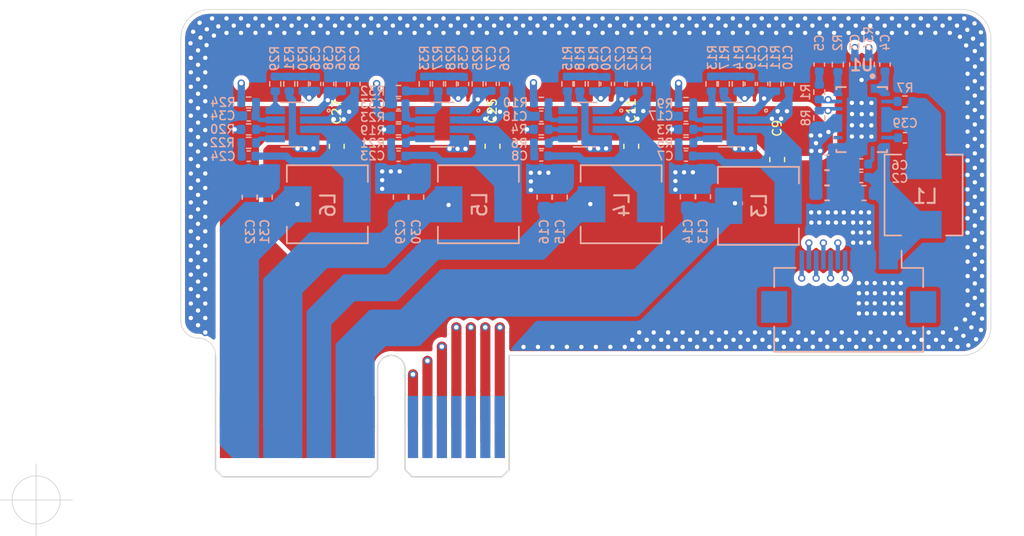
<source format=kicad_pcb>
(kicad_pcb (version 20211014) (generator pcbnew)
  (layers (0 "F.Cu" signal) (1 "In1.Cu" signal) (2 "In2.Cu" signal) (31 "B.Cu" signal) (34 "B.Paste" user) (35 "F.Paste" user) (36 "B.SilkS" user "B.Silkscreen") (37 "F.SilkS" user "F.Silkscreen") (38 "B.Mask" user) (39 "F.Mask" user) (44 "Edge.Cuts" user))
  (net 0 "")
  (net 1 "GND")
  (net 2 "+3V3")
  (net 3 "+5V")
  (net 4 "+1V2")
  (net 5 "+1V5")
  (net 6 "+2V5")
  (net 7 "Net-(C7-Pad1)")
  (net 8 "Net-(C8-Pad1)")
  (net 9 "Net-(C19-Pad1)")
  (net 10 "Net-(C20-Pad1)")
  (net 11 "Net-(C23-Pad1)")
  (net 12 "Net-(C24-Pad1)")
  (net 13 "Net-(C35-Pad1)")
  (net 14 "Net-(C36-Pad1)")
  (net 15 "Net-(R32-Pad2)")
  (net 16 "Net-(1V2-Pad8)")
  (net 17 "Net-(1V2-Pad6)")
  (net 18 "Net-(1V2-Pad5)")
  (net 19 "Net-(1V2-Pad3)")
  (net 20 "Net-(1V2-Pad1)")
  (net 21 "Net-(1V5-Pad8)")
  (net 22 "Net-(1V5-Pad6)")
  (net 23 "Net-(1V5-Pad5)")
  (net 24 "Net-(1V5-Pad3)")
  (net 25 "Net-(1V5-Pad1)")
  (net 26 "Net-(2V5-Pad1)")
  (net 27 "Net-(2V5-Pad3)")
  (net 28 "Net-(2V5-Pad5)")
  (net 29 "Net-(2V5-Pad6)")
  (net 30 "Net-(2V5-Pad8)")
  (net 31 "Net-(3V3-Pad1)")
  (net 32 "Net-(3V3-Pad3)")
  (net 33 "Net-(3V3-Pad5)")
  (net 34 "Net-(3V3-Pad6)")
  (net 35 "Net-(3V3-Pad8)")
  (net 36 "BAT+")
  (net 37 "Net-(C3-Pad1)")
  (net 38 "Net-(C4-Pad1)")
  (net 39 "Net-(C5-Pad1)")
  (net 40 "Net-(C6-Pad1)")
  (net 41 "Net-(C39-Pad1)")
  (net 42 "Net-(R2-Pad1)")
  (net 43 "Net-(R7-Pad1)")
  (net 44 "Net-(R34-Pad2)")
  (net 45 "Net-(C39-Pad2)")
  (net 46 "REG_EN2")
  (net 47 "REG_EN1")
  (net 48 "REG_CHG")
  (net 49 "REG_POWER")
  (net 50 "BAT_ISET")
  (net 51 "BAT_PG")
  (net 52 "BAT_CHG")
  (net 53 "Net-(1V2-Pad7)")
  (net 54 "Net-(1V5-Pad7)")
  (net 55 "Net-(2V5-Pad7)")
  (net 56 "Net-(3V3-Pad7)")
  (footprint "Capacitor_SMD:C_0603_1608Metric" (layer "F.Cu") (at 150.15 101.71 -90)
    (fp_text reference "C9")
    (fp_text value "10uF")
  )
  (footprint "Capacitor_SMD:C_0603_1608Metric" (layer "F.Cu") (at 140.06 100.79 -90)
    (fp_text reference "C11")
    (fp_text value "10uF")
  )
  (footprint "Capacitor_SMD:C_0603_1608Metric" (layer "F.Cu") (at 130.47 100.79 -90)
    (fp_text reference "C25")
    (fp_text value "10uF")
  )
  (footprint "Capacitor_SMD:C_0603_1608Metric" (layer "F.Cu") (at 119.7 100.79 -90)
    (fp_text reference "C27")
    (fp_text value "10uF")
  )
  (footprint "Connector_PCBEdge:BUS_PCIexpress_x1" (layer "F.Cu") (at 111.97 120.21)
    (fp_text reference "PCI1" hide)
    (fp_text value "Conn_02x18_Row_Letter_First")
    (fp_line (start 12.45 2.95) (end 12.95 3.45) (layer "Edge.Cuts") (width 0.1))
    (fp_line (start 10.55 -4) (end 10.55 2.95) (layer "Edge.Cuts") (width 0.1))
    (fp_line (start 19.65 -4.95) (end 19.65 2.95) (layer "Edge.Cuts") (width 0.1))
    (fp_line (start -0.15 3.45) (end 10.05 3.45) (layer "Edge.Cuts") (width 0.1))
    (fp_line (start 12.95 3.45) (end 19.15 3.45) (layer "Edge.Cuts") (width 0.1))
    (fp_line (start 10.55 2.95) (end 10.05 3.45) (layer "Edge.Cuts") (width 0.1))
    (fp_line (start 12.45 -4) (end 12.45 2.95) (layer "Edge.Cuts") (width 0.1))
    (fp_line (start -0.65 -4.95) (end -0.65 2.95) (layer "Edge.Cuts") (width 0.1))
    (fp_line (start 19.65 2.95) (end 19.15 3.45) (layer "Edge.Cuts") (width 0.1))
    (fp_line (start -0.65 2.95) (end -0.15 3.45) (layer "Edge.Cuts") (width 0.1))
    (fp_arc (start 10.55 -4) (mid 11.5 -4.95) (end 12.45 -4) (layer "Edge.Cuts") (width 0.1))
  )
  (footprint "Capacitor_SMD:C_0402_1005Metric" (layer "B.Cu") (at 143.84 101.46)
    (fp_text reference "C7")
    (fp_text value "0.1uF")
  )
  (footprint "Capacitor_SMD:C_0402_1005Metric" (layer "B.Cu") (at 133.84 101.45)
    (fp_text reference "C8")
    (fp_text value "0.1uF")
  )
  (footprint "Capacitor_SMD:C_0402_1005Metric" (layer "B.Cu") (at 150.96 96.47 90)
    (fp_text reference "C10")
    (fp_text value "0.1uF")
  )
  (footprint "Capacitor_SMD:C_0402_1005Metric" (layer "B.Cu") (at 141.15 96.47 90)
    (fp_text reference "C12")
    (fp_text value "0.1uF")
  )
  (footprint "Capacitor_SMD:C_0603_1608Metric" (layer "B.Cu") (at 145.025 104.28 90)
    (fp_text reference "C13")
    (fp_text value "22uF")
  )
  (footprint "Capacitor_SMD:C_0603_1608Metric" (layer "B.Cu") (at 143.965 104.28 90)
    (fp_text reference "C14")
    (fp_text value "22uF")
  )
  (footprint "Capacitor_SMD:C_0603_1608Metric" (layer "B.Cu") (at 135.12 104.31 90)
    (fp_text reference "C15")
    (fp_text value "22uF")
  )
  (footprint "Capacitor_SMD:C_0603_1608Metric" (layer "B.Cu") (at 134.06 104.31 90)
    (fp_text reference "C16")
    (fp_text value "22uF")
  )
  (footprint "Capacitor_SMD:C_0402_1005Metric" (layer "B.Cu") (at 143.84 98.7 180)
    (fp_text reference "C17")
    (fp_text value "0.1uF")
  )
  (footprint "Capacitor_SMD:C_0402_1005Metric" (layer "B.Cu") (at 133.84 98.71 180)
    (fp_text reference "C18")
    (fp_text value "0.1uF")
  )
  (footprint "Capacitor_SMD:C_0402_1005Metric" (layer "B.Cu") (at 148.280001 96.47 -90)
    (fp_text reference "C19")
    (fp_text value "15pF")
  )
  (footprint "Capacitor_SMD:C_0402_1005Metric" (layer "B.Cu") (at 138.320001 96.47 -90)
    (fp_text reference "C20")
    (fp_text value "15pF")
  )
  (footprint "Capacitor_SMD:C_0402_1005Metric" (layer "B.Cu") (at 149.139999 96.47 90)
    (fp_text reference "C21")
    (fp_text value "1nF")
  )
  (footprint "Capacitor_SMD:C_0402_1005Metric" (layer "B.Cu") (at 139.26 96.47 90)
    (fp_text reference "C22")
    (fp_text value "1nF")
  )
  (footprint "Capacitor_SMD:C_0402_1005Metric" (layer "B.Cu") (at 123.97 101.47)
    (fp_text reference "C23")
    (fp_text value "0.1uF")
  )
  (footprint "Capacitor_SMD:C_0402_1005Metric" (layer "B.Cu") (at 113.61 101.47)
    (fp_text reference "C24")
    (fp_text value "0.1uF")
  )
  (footprint "Capacitor_SMD:C_0402_1005Metric" (layer "B.Cu") (at 131.29 96.47 90)
    (fp_text reference "C26")
    (fp_text value "0.1uF")
  )
  (footprint "Capacitor_SMD:C_0402_1005Metric" (layer "B.Cu") (at 120.95 96.47 90)
    (fp_text reference "C28")
    (fp_text value "0.1uF")
  )
  (footprint "Capacitor_SMD:C_0603_1608Metric" (layer "B.Cu") (at 124.124999 104.31 90)
    (fp_text reference "C29")
    (fp_text value "22uF")
  )
  (footprint "Capacitor_SMD:C_0603_1608Metric" (layer "B.Cu") (at 125.2 104.31 90)
    (fp_text reference "C30")
    (fp_text value "22uF")
  )
  (footprint "Capacitor_SMD:C_0603_1608Metric" (layer "B.Cu") (at 114.725 104.31 90)
    (fp_text reference "C31")
    (fp_text value "22uF")
  )
  (footprint "Capacitor_SMD:C_0603_1608Metric" (layer "B.Cu") (at 113.675001 104.31 90)
    (fp_text reference "C32")
    (fp_text value "22uF")
  )
  (footprint "Capacitor_SMD:C_0402_1005Metric" (layer "B.Cu") (at 123.97 97.85 180)
    (fp_text reference "C33")
    (fp_text value "0.1uF")
  )
  (footprint "Capacitor_SMD:C_0402_1005Metric" (layer "B.Cu") (at 113.61 98.68 180)
    (fp_text reference "C34")
    (fp_text value "0.1uF")
  )
  (footprint "Capacitor_SMD:C_0402_1005Metric" (layer "B.Cu") (at 128.460001 96.47 -90)
    (fp_text reference "C35")
    (fp_text value "15pF")
  )
  (footprint "Capacitor_SMD:C_0402_1005Metric" (layer "B.Cu") (at 118.230001 96.47 -90)
    (fp_text reference "C36")
    (fp_text value "15pF")
  )
  (footprint "Capacitor_SMD:C_0402_1005Metric" (layer "B.Cu") (at 130.37 96.47 90)
    (fp_text reference "C37")
    (fp_text value "1nF")
  )
  (footprint "Capacitor_SMD:C_0402_1005Metric" (layer "B.Cu") (at 119.13 96.48 90)
    (fp_text reference "C38")
    (fp_text value "1nF")
  )
  (footprint "Inductor_SMD:L_Sunlord_MWSA0518_5.4x5.2mm" (layer "B.Cu") (at 148.85 104.91 180)
    (fp_text reference "L3")
    (fp_text value "4.7uH")
  )
  (footprint "Inductor_SMD:L_Sunlord_MWSA0518_5.4x5.2mm" (layer "B.Cu") (at 139.36 104.8 180)
    (fp_text reference "L4")
    (fp_text value "3.3uH")
  )
  (footprint "Inductor_SMD:L_Sunlord_MWSA0518_5.4x5.2mm" (layer "B.Cu") (at 129.49 104.8 180)
    (fp_text reference "L5")
    (fp_text value "2.2uH")
  )
  (footprint "Inductor_SMD:L_Sunlord_MWSA0518_5.4x5.2mm" (layer "B.Cu") (at 119.05 104.8 180)
    (fp_text reference "L6")
    (fp_text value "1.5uH")
  )
  (footprint "Resistor_SMD:R_0402_1005Metric" (layer "B.Cu") (at 143.84 99.62)
    (fp_text reference "R3")
    (fp_text value "100K (1%)")
  )
  (footprint "Resistor_SMD:R_0402_1005Metric" (layer "B.Cu") (at 133.84 99.62)
    (fp_text reference "R4")
    (fp_text value "100K (1%)")
  )
  (footprint "Resistor_SMD:R_0402_1005Metric" (layer "B.Cu") (at 143.84 100.55 180)
    (fp_text reference "R5")
    (fp_text value "10(1%)")
  )
  (footprint "Resistor_SMD:R_0402_1005Metric" (layer "B.Cu") (at 133.84 100.57 180)
    (fp_text reference "R6")
    (fp_text value "10(1%)")
  )
  (footprint "Resistor_SMD:R_0402_1005Metric" (layer "B.Cu") (at 143.84 97.79 180)
    (fp_text reference "R9")
    (fp_text value "100K (1%)")
  )
  (footprint "Resistor_SMD:R_0402_1005Metric" (layer "B.Cu") (at 133.84 97.78 180)
    (fp_text reference "R10")
    (fp_text value "100K (1%)")
  )
  (footprint "Resistor_SMD:R_0402_1005Metric" (layer "B.Cu") (at 150.035 96.47 90)
    (fp_text reference "R11")
    (fp_text value "11.3K(1%)")
  )
  (footprint "Resistor_SMD:R_0402_1005Metric" (layer "B.Cu") (at 140.155 96.47 90)
    (fp_text reference "R12")
    (fp_text value "10K(1%)")
  )
  (footprint "Resistor_SMD:R_0402_1005Metric" (layer "B.Cu") (at 145.605 96.47 90)
    (fp_text reference "R13")
    (fp_text value "33K(1%)")
  )
  (footprint "Resistor_SMD:R_0402_1005Metric" (layer "B.Cu") (at 147.42 96.47 -90)
    (fp_text reference "R14")
    (fp_text value "40.2K (1%)")
  )
  (footprint "Resistor_SMD:R_0402_1005Metric" (layer "B.Cu") (at 135.645 96.47 90)
    (fp_text reference "R15")
    (fp_text value "33K(1%)")
  )
  (footprint "Resistor_SMD:R_0402_1005Metric" (layer "B.Cu") (at 137.46 96.47 -90)
    (fp_text reference "R16")
    (fp_text value "40.2K (1%)")
  )
  (footprint "Resistor_SMD:R_0402_1005Metric" (layer "B.Cu") (at 146.46 96.47 -90)
    (fp_text reference "R17")
    (fp_text value "13K (1%)")
  )
  (footprint "Resistor_SMD:R_0402_1005Metric" (layer "B.Cu") (at 136.5 96.47 -90)
    (fp_text reference "R18")
    (fp_text value "19.1K (1%)")
  )
  (footprint "Resistor_SMD:R_0402_1005Metric" (layer "B.Cu") (at 123.97 99.62)
    (fp_text reference "R19")
    (fp_text value "100K (1%)")
  )
  (footprint "Resistor_SMD:R_0402_1005Metric" (layer "B.Cu") (at 113.61 99.62)
    (fp_text reference "R20")
    (fp_text value "100K (1%)")
  )
  (footprint "Resistor_SMD:R_0402_1005Metric" (layer "B.Cu") (at 123.97 100.55 180)
    (fp_text reference "R21")
    (fp_text value "10(1%)")
  )
  (footprint "Resistor_SMD:R_0402_1005Metric" (layer "B.Cu") (at 113.61 100.55 180)
    (fp_text reference "R22")
    (fp_text value "10(1%)")
  )
  (footprint "Resistor_SMD:R_0402_1005Metric" (layer "B.Cu") (at 123.97 98.72 180)
    (fp_text reference "R23")
    (fp_text value "100K (1%)")
  )
  (footprint "Resistor_SMD:R_0402_1005Metric" (layer "B.Cu") (at 113.61 97.76 180)
    (fp_text reference "R24")
    (fp_text value "100K (1%)")
  )
  (footprint "Resistor_SMD:R_0402_1005Metric" (layer "B.Cu") (at 129.44 96.47 90)
    (fp_text reference "R25")
    (fp_text value "9.31K (1%)")
  )
  (footprint "Resistor_SMD:R_0402_1005Metric" (layer "B.Cu") (at 120.025 96.48 90)
    (fp_text reference "R26")
    (fp_text value "9.31K (1%)")
  )
  (footprint "Resistor_SMD:R_0402_1005Metric" (layer "B.Cu") (at 126.7 96.47 90)
    (fp_text reference "R27")
    (fp_text value "56K (1%)")
  )
  (footprint "Resistor_SMD:R_0402_1005Metric" (layer "B.Cu") (at 127.6 96.47 -90)
    (fp_text reference "R28")
    (fp_text value "30.1K (1%)")
  )
  (footprint "Resistor_SMD:R_0402_1005Metric" (layer "B.Cu") (at 115.45 96.47 90)
    (fp_text reference "R29")
    (fp_text value "82K (1%)")
  )
  (footprint "Resistor_SMD:R_0402_1005Metric" (layer "B.Cu") (at 117.37 96.47 -90)
    (fp_text reference "R30")
    (fp_text value "30.1K (1%)")
  )
  (footprint "Resistor_SMD:R_0402_1005Metric" (layer "B.Cu") (at 116.42 96.47 -90)
    (fp_text reference "R31")
    (fp_text value "61.9K (1%)")
  )
  (footprint "Resistor_SMD:R_0402_1005Metric" (layer "B.Cu") (at 123.97 96.96)
    (fp_text reference "R32")
    (fp_text value "20K (1%)")
  )
  (footprint "Resistor_SMD:R_0402_1005Metric" (layer "B.Cu") (at 125.78 96.47 90)
    (fp_text reference "R33")
    (fp_text value "15K (1%)")
  )
  (footprint "Lib:SOT65P280X100-8N" (layer "B.Cu") (at 146.880001 99.29 180)
    (fp_text reference "3V3" hide)
    (fp_text value "MP1495S")
  )
  (footprint "Lib:SOT65P280X100-8N" (layer "B.Cu") (at 136.87 99.29 180)
    (fp_text reference "2V5" hide)
    (fp_text value "MP1495S")
  )
  (footprint "Lib:SOT65P280X100-8N" (layer "B.Cu") (at 126.99 99.29 180)
    (fp_text reference "1V5" hide)
    (fp_text value "MP1495S")
  )
  (footprint "Lib:SOT65P280X100-8N" (layer "B.Cu") (at 116.640001 99.29 180)
    (fp_text reference "1V2" hide)
    (fp_text value "MP1495S")
  )
  (footprint "Capacitor_SMD:C_0603_1608Metric" (layer "B.Cu") (at 156.15 104.02 180)
    (fp_text reference "C1" hide)
    (fp_text value "10uF")
  )
  (footprint "Capacitor_SMD:C_0402_1005Metric" (layer "B.Cu") (at 155.96 102.94 180)
    (fp_text reference "C2")
    (fp_text value "0.1uF")
  )
  (footprint "Capacitor_SMD:C_0402_1005Metric" (layer "B.Cu") (at 155.52 95.13 -90)
    (fp_text reference "C3")
    (fp_text value "47pF")
  )
  (footprint "Capacitor_SMD:C_0402_1005Metric" (layer "B.Cu") (at 157.6 95.13 90)
    (fp_text reference "C4")
    (fp_text value "1uF")
  )
  (footprint "Capacitor_SMD:C_0402_1005Metric" (layer "B.Cu") (at 153.06 95.13 90)
    (fp_text reference "C5")
    (fp_text value "1nF")
  )
  (footprint "Capacitor_SMD:C_0402_1005Metric" (layer "B.Cu") (at 155.96 102.02 180)
    (fp_text reference "C6")
    (fp_text value "8.2nF")
  )
  (footprint "Capacitor_SMD:C_0402_1005Metric" (layer "B.Cu") (at 158.98 100.2)
    (fp_text reference "C39")
    (fp_text value "0.1uF")
  )
  (footprint "Capacitor_SMD:C_0603_1608Metric" (layer "B.Cu") (at 153.589999 101.91)
    (fp_text reference "C40" hide)
    (fp_text value "22uF")
  )
  (footprint "Capacitor_SMD:C_0603_1608Metric" (layer "B.Cu") (at 153.59 102.970001)
    (fp_text reference "C41" hide)
    (fp_text value "22uF")
  )
  (footprint "Inductor_SMD:L_Sunlord_MWSA0518_5.4x5.2mm" (layer "B.Cu") (at 160.27 104.16 90)
    (fp_text reference "L1")
    (fp_text value "1uH")
  )
  (footprint "Resistor_SMD:R_0402_1005Metric" (layer "B.Cu") (at 153.06 97.04 90)
    (fp_text reference "R1")
    (fp_text value "23.7K")
  )
  (footprint "Resistor_SMD:R_0402_1005Metric" (layer "B.Cu") (at 154.34 95.13 90)
    (fp_text reference "R2")
    (fp_text value "113K")
  )
  (footprint "Resistor_SMD:R_0402_1005Metric" (layer "B.Cu") (at 158.98 97.69)
    (fp_text reference "R7")
    (fp_text value "267K")
  )
  (footprint "Resistor_SMD:R_0402_1005Metric" (layer "B.Cu") (at 153.06 98.83 -90)
    (fp_text reference "R8")
    (fp_text value "220K")
  )
  (footprint "Resistor_SMD:R_0402_1005Metric" (layer "B.Cu") (at 156.48 95.13 90)
    (fp_text reference "R34")
    (fp_text value "69.8K")
  )
  (footprint "Lib:IC_TPS61088RHLR" (layer "B.Cu") (at 155.99 98.94 180)
    (fp_text reference "U1")
    (fp_text value "TPS61088RHLR")
  )
  (footprint "Connector_FFC-FPC:Hirose_FH12-14S-0.5SH_1x14-1MP_P0.50mm_Horizontal" (layer "B.Cu") (at 155.09 110.505 180)
    (fp_text reference "J1" hide)
    (fp_text value "Conn_01x14")
  )
  (footprint "Capacitor_SMD:C_0603_1608Metric" (layer "B.Cu") (at 153.6 104.02)
    (fp_text reference "C42" hide)
    (fp_text value "22uF")
  )
  (footprint "Lib:pad-6-1.5" (layer "B.Cu") (at 116.37 92.39)
    (fp_text reference "J2" hide)
    (fp_text value "Conn_01x01")
  )
  (footprint "Lib:pad-6-1.5" (layer "B.Cu") (at 163.82 107.78 90)
    (fp_text reference "J3" hide)
    (fp_text value "Conn_01x01")
  )
  (footprint "Lib:pad-6-1.5" (layer "B.Cu") (at 157.5 92.39)
    (fp_text reference "J4" hide)
    (fp_text value "Conn_01x01")
  )
  (footprint "Lib:pad-6-1.5" (layer "B.Cu") (at 130.08 92.39)
    (fp_text reference "J5" hide)
    (fp_text value "Conn_01x01")
  )
  (footprint "Lib:pad-6-1.5" (layer "B.Cu") (at 163.81 98.78 90)
    (fp_text reference "J6" hide)
    (fp_text value "Conn_01x01")
  )
  (footprint "Lib:pad-6-1.5" (layer "B.Cu") (at 110.1 107.78 90)
    (fp_text reference "J7" hide)
    (fp_text value "Conn_01x01")
  )
  (footprint "Lib:pad-6-1.5" (layer "B.Cu") (at 143.79 114.17)
    (fp_text reference "J8" hide)
    (fp_text value "Conn_01x01")
  )
  (footprint "Lib:pad-6-1.5" (layer "B.Cu") (at 143.79 92.39)
    (fp_text reference "J9" hide)
    (fp_text value "Conn_01x01")
  )
  (footprint "Lib:pad-6-1.5" (layer "B.Cu") (at 110.1 98.78 90)
    (fp_text reference "J10" hide)
    (fp_text value "Conn_01x01")
  )
  (gr_line (start 162.92 91.319376) (end 110.92 91.319376) (layer "Edge.Cuts") (width 0.05))
  (gr_line (start 164.920624 93.32) (end 164.92 113.26) (layer "Edge.Cuts") (width 0.05))
  (gr_line (start 131.62 115.26) (end 162.919376 115.260624) (layer "Edge.Cuts") (width 0.05))
  (gr_arc (start 162.92 91.319376) (mid 164.334655 91.905345) (end 164.920624 93.32) (layer "Edge.Cuts") (width 0.05))
  (gr_arc (start 108.919376 93.32) (mid 109.505345 91.905345) (end 110.92 91.319376) (layer "Edge.Cuts") (width 0.05))
  (gr_arc (start 110.119334 114.059334) (mid 109.270335 113.707667) (end 108.918668 112.858668) (layer "Edge.Cuts") (width 0.05))
  (gr_arc (start 110.119334 114.059334) (mid 110.968333 114.411001) (end 111.32 115.26) (layer "Edge.Cuts") (width 0.05))
  (gr_arc (start 164.92 113.26) (mid 164.334031 114.674655) (end 162.919376 115.260624) (layer "Edge.Cuts") (width 0.05))
  (gr_line (start 108.919376 93.32) (end 108.918668 112.858668) (layer "Edge.Cuts") (width 0.05))
  (target plus (at 98.92 125.26) (size 5) (width 0.05) (layer "Edge.Cuts"))
  (segment (start 121.97 122.01) (end 116.97 122.01) (width 0.7) (layer "F.Cu") (net 1))
  (segment (start 121.97 120.21) (end 116.97 120.21) (width 0.7) (layer "F.Cu") (net 1))
  (via (at 147.25 100.949999) (size 0.5) (drill 0.3) (layers "F.Cu" "B.Cu") (net 1))
  (via (at 148.35 100.95) (size 0.5) (drill 0.3) (layers "F.Cu" "B.Cu") (net 1))
  (via (at 147.799999 100.949999) (size 0.5) (drill 0.3) (layers "F.Cu" "B.Cu") (net 1))
  (via (at 137.769999 100.94) (size 0.5) (drill 0.3) (layers "F.Cu" "B.Cu") (net 1))
  (via (at 138.32 100.94) (size 0.5) (drill 0.3) (layers "F.Cu" "B.Cu") (net 1))
  (via (at 128.6 100.96) (size 0.5) (drill 0.3) (layers "F.Cu" "B.Cu") (net 1))
  (via (at 128.05 100.96) (size 0.5) (drill 0.3) (layers "F.Cu" "B.Cu") (net 1))
  (via (at 127.500001 100.96) (size 0.5) (drill 0.3) (layers "F.Cu" "B.Cu") (net 1))
  (via (at 110.61 95.67) (size 0.5) (drill 0.3) (layers "F.Cu" "B.Cu") (net 1))
  (via (at 109.61 95.67) (size 0.5) (drill 0.3) (layers "F.Cu" "B.Cu") (net 1))
  (via (at 164.31 95.77) (size 0.5) (drill 0.3) (layers "F.Cu" "B.Cu") (net 1))
  (via (at 163.31 95.77) (size 0.5) (drill 0.3) (layers "F.Cu" "B.Cu") (net 1))
  (via (at 116.99 100.94) (size 0.5) (drill 0.3) (layers "F.Cu" "B.Cu") (net 1))
  (via (at 117.539999 100.94) (size 0.5) (drill 0.3) (layers "F.Cu" "B.Cu") (net 1))
  (via (at 118.09 100.94) (size 0.5) (drill 0.3) (layers "F.Cu" "B.Cu") (net 1))
  (via (at 156.349999 110.954999) (size 0.5) (drill 0.3) (layers "F.Cu" "B.Cu") (net 1))
  (via (at 156.89 110.255) (size 0.5) (drill 0.3) (layers "F.Cu" "B.Cu") (net 1))
  (via (at 155.79 110.254999) (size 0.5) (drill 0.3) (layers "F.Cu" "B.Cu") (net 1))
  (via (at 155.8 110.954999) (size 0.5) (drill 0.3) (layers "F.Cu" "B.Cu") (net 1))
  (via (at 156.9 110.955) (size 0.5) (drill 0.3) (layers "F.Cu" "B.Cu") (net 1))
  (via (at 156.339999 110.254999) (size 0.5) (drill 0.3) (layers "F.Cu" "B.Cu") (net 1))
  (via (at 156.89 111.655) (size 0.5) (drill 0.3) (layers "F.Cu" "B.Cu") (net 1))
  (via (at 156.339999 111.654999) (size 0.5) (drill 0.3) (layers "F.Cu" "B.Cu") (net 1))
  (via (at 155.8 112.354999) (size 0.5) (drill 0.3) (layers "F.Cu" "B.Cu") (net 1))
  (via (at 156.9 112.355) (size 0.5) (drill 0.3) (layers "F.Cu" "B.Cu") (net 1))
  (via (at 155.79 111.654999) (size 0.5) (drill 0.3) (layers "F.Cu" "B.Cu") (net 1))
  (via (at 156.349999 112.354999) (size 0.5) (drill 0.3) (layers "F.Cu" "B.Cu") (net 1))
  (via (at 157.6 112.354999) (size 0.5) (drill 0.3) (layers "F.Cu" "B.Cu") (net 1))
  (via (at 158.139999 111.654999) (size 0.5) (drill 0.3) (layers "F.Cu" "B.Cu") (net 1))
  (via (at 158.69 111.655) (size 0.5) (drill 0.3) (layers "F.Cu" "B.Cu") (net 1))
  (via (at 158.7 112.355) (size 0.5) (drill 0.3) (layers "F.Cu" "B.Cu") (net 1))
  (via (at 157.59 111.654999) (size 0.5) (drill 0.3) (layers "F.Cu" "B.Cu") (net 1))
  (via (at 158.149999 112.354999) (size 0.5) (drill 0.3) (layers "F.Cu" "B.Cu") (net 1))
  (via (at 158.139999 110.254999) (size 0.5) (drill 0.3) (layers "F.Cu" "B.Cu") (net 1))
  (via (at 158.7 110.955) (size 0.5) (drill 0.3) (layers "F.Cu" "B.Cu") (net 1))
  (via (at 158.149999 110.954999) (size 0.5) (drill 0.3) (layers "F.Cu" "B.Cu") (net 1))
  (via (at 157.59 110.254999) (size 0.5) (drill 0.3) (layers "F.Cu" "B.Cu") (net 1))
  (via (at 158.69 110.255) (size 0.5) (drill 0.3) (layers "F.Cu" "B.Cu") (net 1))
  (via (at 157.6 110.954999) (size 0.5) (drill 0.3) (layers "F.Cu" "B.Cu") (net 1))
  (via (at 155.995 98.566666) (size 0.5) (drill 0.3) (layers "F.Cu" "B.Cu") (net 1))
  (via (at 156.67 98.566666) (size 0.5) (drill 0.3) (layers "F.Cu" "B.Cu") (net 1))
  (via (at 155.32 98.556666) (size 0.5) (drill 0.3) (layers "F.Cu" "B.Cu") (net 1))
  (via (at 155.985 99.343332) (size 0.5) (drill 0.3) (layers "F.Cu" "B.Cu") (net 1))
  (via (at 155.310001 99.333332) (size 0.5) (drill 0.3) (layers "F.Cu" "B.Cu") (net 1))
  (via (at 156.66 99.343332) (size 0.5) (drill 0.3) (layers "F.Cu" "B.Cu") (net 1))
  (via (at 155.31 100.11) (size 0.5) (drill 0.3) (layers "F.Cu" "B.Cu") (net 1))
  (via (at 155.985 100.12) (size 0.5) (drill 0.3) (layers "F.Cu" "B.Cu") (net 1))
  (via (at 156.66 100.12) (size 0.5) (drill 0.3) (layers "F.Cu" "B.Cu") (net 1))
  (via (at 112.08 91.94) (size 0.5) (drill 0.3) (layers "F.Cu" "B.Cu") (net 1))
  (via (at 113.08 91.94) (size 0.5) (drill 0.3) (layers "F.Cu" "B.Cu") (net 1))
  (via (at 114.08 91.94) (size 0.5) (drill 0.3) (layers "F.Cu" "B.Cu") (net 1))
  (via (at 115.08 91.94) (size 0.5) (drill 0.3) (layers "F.Cu" "B.Cu") (net 1))
  (via (at 116.08 91.94) (size 0.5) (drill 0.3) (layers "F.Cu" "B.Cu") (net 1))
  (via (at 117.08 91.94) (size 0.5) (drill 0.3) (layers "F.Cu" "B.Cu") (net 1))
  (via (at 118.08 91.94) (size 0.5) (drill 0.3) (layers "F.Cu" "B.Cu") (net 1))
  (via (at 119.08 91.94) (size 0.5) (drill 0.3) (layers "F.Cu" "B.Cu") (net 1))
  (via (at 120.08 91.94) (size 0.5) (drill 0.3) (layers "F.Cu" "B.Cu") (net 1))
  (via (at 121.08 91.94) (size 0.5) (drill 0.3) (layers "F.Cu" "B.Cu") (net 1))
  (via (at 122.08 91.94) (size 0.5) (drill 0.3) (layers "F.Cu" "B.Cu") (net 1))
  (via (at 123.08 91.94) (size 0.5) (drill 0.3) (layers "F.Cu" "B.Cu") (net 1))
  (via (at 124.08 91.94) (size 0.5) (drill 0.3) (layers "F.Cu" "B.Cu") (net 1))
  (via (at 125.08 91.94) (size 0.5) (drill 0.3) (layers "F.Cu" "B.Cu") (net 1))
  (via (at 126.08 91.94) (size 0.5) (drill 0.3) (layers "F.Cu" "B.Cu") (net 1))
  (via (at 127.08 91.94) (size 0.5) (drill 0.3) (layers "F.Cu" "B.Cu") (net 1))
  (via (at 128.08 91.94) (size 0.5) (drill 0.3) (layers "F.Cu" "B.Cu") (net 1))
  (via (at 129.08 91.94) (size 0.5) (drill 0.3) (layers "F.Cu" "B.Cu") (net 1))
  (via (at 130.08 91.94) (size 0.5) (drill 0.3) (layers "F.Cu" "B.Cu") (net 1))
  (via (at 131.08 91.94) (size 0.5) (drill 0.3) (layers "F.Cu" "B.Cu") (net 1))
  (via (at 132.08 91.94) (size 0.5) (drill 0.3) (layers "F.Cu" "B.Cu") (net 1))
  (via (at 133.08 91.94) (size 0.5) (drill 0.3) (layers "F.Cu" "B.Cu") (net 1))
  (via (at 134.08 91.94) (size 0.5) (drill 0.3) (layers "F.Cu" "B.Cu") (net 1))
  (via (at 135.08 91.94) (size 0.5) (drill 0.3) (layers "F.Cu" "B.Cu") (net 1))
  (via (at 136.08 91.94) (size 0.5) (drill 0.3) (layers "F.Cu" "B.Cu") (net 1))
  (via (at 137.08 91.94) (size 0.5) (drill 0.3) (layers "F.Cu" "B.Cu") (net 1))
  (via (at 138.08 91.94) (size 0.5) (drill 0.3) (layers "F.Cu" "B.Cu") (net 1))
  (via (at 139.08 91.94) (size 0.5) (drill 0.3) (layers "F.Cu" "B.Cu") (net 1))
  (via (at 140.08 91.94) (size 0.5) (drill 0.3) (layers "F.Cu" "B.Cu") (net 1))
  (via (at 141.08 91.94) (size 0.5) (drill 0.3) (layers "F.Cu" "B.Cu") (net 1))
  (via (at 142.08 91.94) (size 0.5) (drill 0.3) (layers "F.Cu" "B.Cu") (net 1))
  (via (at 143.08 91.94) (size 0.5) (drill 0.3) (layers "F.Cu" "B.Cu") (net 1))
  (via (at 144.08 91.94) (size 0.5) (drill 0.3) (layers "F.Cu" "B.Cu") (net 1))
  (via (at 145.08 91.94) (size 0.5) (drill 0.3) (layers "F.Cu" "B.Cu") (net 1))
  (via (at 146.08 91.94) (size 0.5) (drill 0.3) (layers "F.Cu" "B.Cu") (net 1))
  (via (at 147.08 91.94) (size 0.5) (drill 0.3) (layers "F.Cu" "B.Cu") (net 1))
  (via (at 148.08 91.94) (size 0.5) (drill 0.3) (layers "F.Cu" "B.Cu") (net 1))
  (via (at 149.08 91.94) (size 0.5) (drill 0.3) (layers "F.Cu" "B.Cu") (net 1))
  (via (at 150.08 91.94) (size 0.5) (drill 0.3) (layers "F.Cu" "B.Cu") (net 1))
  (via (at 151.08 91.94) (size 0.5) (drill 0.3) (layers "F.Cu" "B.Cu") (net 1))
  (via (at 152.08 91.94) (size 0.5) (drill 0.3) (layers "F.Cu" "B.Cu") (net 1))
  (via (at 153.08 91.94) (size 0.5) (drill 0.3) (layers "F.Cu" "B.Cu") (net 1))
  (via (at 154.08 91.94) (size 0.5) (drill 0.3) (layers "F.Cu" "B.Cu") (net 1))
  (via (at 155.08 91.94) (size 0.5) (drill 0.3) (layers "F.Cu" "B.Cu") (net 1))
  (via (at 156.08 91.94) (size 0.5) (drill 0.3) (layers "F.Cu" "B.Cu") (net 1))
  (via (at 157.08 91.94) (size 0.5) (drill 0.3) (layers "F.Cu" "B.Cu") (net 1))
  (via (at 158.08 91.94) (size 0.5) (drill 0.3) (layers "F.Cu" "B.Cu") (net 1))
  (via (at 159.08 91.94) (size 0.5) (drill 0.3) (layers "F.Cu" "B.Cu") (net 1))
  (via (at 160.08 91.94) (size 0.5) (drill 0.3) (layers "F.Cu" "B.Cu") (net 1))
  (via (at 111.21 93.13) (size 0.5) (drill 0.3) (layers "F.Cu" "B.Cu") (net 1))
  (via (at 112.08 92.94) (size 0.5) (drill 0.3) (layers "F.Cu" "B.Cu") (net 1))
  (via (at 113.08 92.94) (size 0.5) (drill 0.3) (layers "F.Cu" "B.Cu") (net 1))
  (via (at 114.08 92.94) (size 0.5) (drill 0.3) (layers "F.Cu" "B.Cu") (net 1))
  (via (at 115.08 92.94) (size 0.5) (drill 0.3) (layers "F.Cu" "B.Cu") (net 1))
  (via (at 116.08 92.94) (size 0.5) (drill 0.3) (layers "F.Cu" "B.Cu") (net 1))
  (via (at 117.08 92.94) (size 0.5) (drill 0.3) (layers "F.Cu" "B.Cu") (net 1))
  (via (at 118.08 92.94) (size 0.5) (drill 0.3) (layers "F.Cu" "B.Cu") (net 1))
  (via (at 119.08 92.94) (size 0.5) (drill 0.3) (layers "F.Cu" "B.Cu") (net 1))
  (via (at 120.08 92.94) (size 0.5) (drill 0.3) (layers "F.Cu" "B.Cu") (net 1))
  (via (at 121.08 92.94) (size 0.5) (drill 0.3) (layers "F.Cu" "B.Cu") (net 1))
  (via (at 122.08 92.94) (size 0.5) (drill 0.3) (layers "F.Cu" "B.Cu") (net 1))
  (via (at 123.08 92.94) (size 0.5) (drill 0.3) (layers "F.Cu" "B.Cu") (net 1))
  (via (at 124.08 92.94) (size 0.5) (drill 0.3) (layers "F.Cu" "B.Cu") (net 1))
  (via (at 125.08 92.94) (size 0.5) (drill 0.3) (layers "F.Cu" "B.Cu") (net 1))
  (via (at 126.08 92.94) (size 0.5) (drill 0.3) (layers "F.Cu" "B.Cu") (net 1))
  (via (at 127.08 92.94) (size 0.5) (drill 0.3) (layers "F.Cu" "B.Cu") (net 1))
  (via (at 128.08 92.94) (size 0.5) (drill 0.3) (layers "F.Cu" "B.Cu") (net 1))
  (via (at 129.08 92.94) (size 0.5) (drill 0.3) (layers "F.Cu" "B.Cu") (net 1))
  (via (at 130.08 92.94) (size 0.5) (drill 0.3) (layers "F.Cu" "B.Cu") (net 1))
  (via (at 131.08 92.94) (size 0.5) (drill 0.3) (layers "F.Cu" "B.Cu") (net 1))
  (via (at 132.08 92.94) (size 0.5) (drill 0.3) (layers "F.Cu" "B.Cu") (net 1))
  (via (at 133.08 92.94) (size 0.5) (drill 0.3) (layers "F.Cu" "B.Cu") (net 1))
  (via (at 134.08 92.94) (size 0.5) (drill 0.3) (layers "F.Cu" "B.Cu") (net 1))
  (via (at 135.08 92.94) (size 0.5) (drill 0.3) (layers "F.Cu" "B.Cu") (net 1))
  (via (at 136.08 92.94) (size 0.5) (drill 0.3) (layers "F.Cu" "B.Cu") (net 1))
  (via (at 137.08 92.94) (size 0.5) (drill 0.3) (layers "F.Cu" "B.Cu") (net 1))
  (via (at 138.08 92.94) (size 0.5) (drill 0.3) (layers "F.Cu" "B.Cu") (net 1))
  (via (at 139.08 92.94) (size 0.5) (drill 0.3) (layers "F.Cu" "B.Cu") (net 1))
  (via (at 140.08 92.94) (size 0.5) (drill 0.3) (layers "F.Cu" "B.Cu") (net 1))
  (via (at 141.08 92.94) (size 0.5) (drill 0.3) (layers "F.Cu" "B.Cu") (net 1))
  (via (at 142.08 92.94) (size 0.5) (drill 0.3) (layers "F.Cu" "B.Cu") (net 1))
  (via (at 143.08 92.94) (size 0.5) (drill 0.3) (layers "F.Cu" "B.Cu") (net 1))
  (via (at 144.08 92.94) (size 0.5) (drill 0.3) (layers "F.Cu" "B.Cu") (net 1))
  (via (at 145.08 92.94) (size 0.5) (drill 0.3) (layers "F.Cu" "B.Cu") (net 1))
  (via (at 146.08 92.94) (size 0.5) (drill 0.3) (layers "F.Cu" "B.Cu") (net 1))
  (via (at 147.08 92.94) (size 0.5) (drill 0.3) (layers "F.Cu" "B.Cu") (net 1))
  (via (at 148.08 92.94) (size 0.5) (drill 0.3) (layers "F.Cu" "B.Cu") (net 1))
  (via (at 149.08 92.94) (size 0.5) (drill 0.3) (layers "F.Cu" "B.Cu") (net 1))
  (via (at 150.08 92.94) (size 0.5) (drill 0.3) (layers "F.Cu" "B.Cu") (net 1))
  (via (at 151.08 92.94) (size 0.5) (drill 0.3) (layers "F.Cu" "B.Cu") (net 1))
  (via (at 152.08 92.94) (size 0.5) (drill 0.3) (layers "F.Cu" "B.Cu") (net 1))
  (via (at 153.08 92.94) (size 0.5) (drill 0.3) (layers "F.Cu" "B.Cu") (net 1))
  (via (at 154.08 92.94) (size 0.5) (drill 0.3) (layers "F.Cu" "B.Cu") (net 1))
  (via (at 155.08 92.94) (size 0.5) (drill 0.3) (layers "F.Cu" "B.Cu") (net 1))
  (via (at 156.08 92.94) (size 0.5) (drill 0.3) (layers "F.Cu" "B.Cu") (net 1))
  (via (at 157.08 92.94) (size 0.5) (drill 0.3) (layers "F.Cu" "B.Cu") (net 1))
  (via (at 158.08 92.94) (size 0.5) (drill 0.3) (layers "F.Cu" "B.Cu") (net 1))
  (via (at 159.08 92.94) (size 0.5) (drill 0.3) (layers "F.Cu" "B.Cu") (net 1))
  (via (at 160.08 92.94) (size 0.5) (drill 0.3) (layers "F.Cu" "B.Cu") (net 1))
  (via (at 161.08 92.94) (size 0.5) (drill 0.3) (layers "F.Cu" "B.Cu") (net 1))
  (via (at 161.08 91.94) (size 0.5) (drill 0.3) (layers "F.Cu" "B.Cu") (net 1))
  (via (at 162.08 92.94) (size 0.5) (drill 0.3) (layers "F.Cu" "B.Cu") (net 1))
  (via (at 162.08 91.94) (size 0.5) (drill 0.3) (layers "F.Cu" "B.Cu") (net 1))
  (via (at 162.78 93.21) (size 0.5) (drill 0.3) (layers "F.Cu" "B.Cu") (net 1))
  (via (at 163.08 91.94) (size 0.5) (drill 0.3) (layers "F.Cu" "B.Cu") (net 1))
  (via (at 110.22 92.24) (size 0.5) (drill 0.3) (layers "F.Cu" "B.Cu") (net 1))
  (via (at 109.59 93.66) (size 0.5) (drill 0.3) (layers "F.Cu" "B.Cu") (net 1))
  (via (at 110.7 93.79) (size 0.5) (drill 0.3) (layers "F.Cu" "B.Cu") (net 1))
  (via (at 109.61 94.67) (size 0.5) (drill 0.3) (layers "F.Cu" "B.Cu") (net 1))
  (via (at 110.61 94.67) (size 0.5) (drill 0.3) (layers "F.Cu" "B.Cu") (net 1))
  (via (at 109.61 96.67) (size 0.5) (drill 0.3) (layers "F.Cu" "B.Cu") (net 1))
  (via (at 110.61 96.67) (size 0.5) (drill 0.3) (layers "F.Cu" "B.Cu") (net 1))
  (via (at 109.61 97.67) (size 0.5) (drill 0.3) (layers "F.Cu" "B.Cu") (net 1))
  (via (at 110.61 97.67) (size 0.5) (drill 0.3) (layers "F.Cu" "B.Cu") (net 1))
  (via (at 109.61 98.67) (size 0.5) (drill 0.3) (layers "F.Cu" "B.Cu") (net 1))
  (via (at 110.61 98.67) (size 0.5) (drill 0.3) (layers "F.Cu" "B.Cu") (net 1))
  (via (at 109.61 99.67) (size 0.5) (drill 0.3) (layers "F.Cu" "B.Cu") (net 1))
  (via (at 110.61 99.67) (size 0.5) (drill 0.3) (layers "F.Cu" "B.Cu") (net 1))
  (via (at 109.61 100.67) (size 0.5) (drill 0.3) (layers "F.Cu" "B.Cu") (net 1))
  (via (at 110.61 100.67) (size 0.5) (drill 0.3) (layers "F.Cu" "B.Cu") (net 1))
  (via (at 109.61 101.67) (size 0.5) (drill 0.3) (layers "F.Cu" "B.Cu") (net 1))
  (via (at 110.61 101.67) (size 0.5) (drill 0.3) (layers "F.Cu" "B.Cu") (net 1))
  (via (at 109.61 102.67) (size 0.5) (drill 0.3) (layers "F.Cu" "B.Cu") (net 1))
  (via (at 110.61 102.67) (size 0.5) (drill 0.3) (layers "F.Cu" "B.Cu") (net 1))
  (via (at 109.61 103.67) (size 0.5) (drill 0.3) (layers "F.Cu" "B.Cu") (net 1))
  (via (at 110.61 103.67) (size 0.5) (drill 0.3) (layers "F.Cu" "B.Cu") (net 1))
  (via (at 109.61 104.67) (size 0.5) (drill 0.3) (layers "F.Cu" "B.Cu") (net 1))
  (via (at 110.61 104.67) (size 0.5) (drill 0.3) (layers "F.Cu" "B.Cu") (net 1))
  (via (at 109.61 105.67) (size 0.5) (drill 0.3) (layers "F.Cu" "B.Cu") (net 1))
  (via (at 110.61 105.67) (size 0.5) (drill 0.3) (layers "F.Cu" "B.Cu") (net 1))
  (via (at 109.61 106.67) (size 0.5) (drill 0.3) (layers "F.Cu" "B.Cu") (net 1))
  (via (at 110.61 106.67) (size 0.5) (drill 0.3) (layers "F.Cu" "B.Cu") (net 1))
  (via (at 109.61 107.67) (size 0.5) (drill 0.3) (layers "F.Cu" "B.Cu") (net 1))
  (via (at 110.61 107.67) (size 0.5) (drill 0.3) (layers "F.Cu" "B.Cu") (net 1))
  (via (at 109.61 108.67) (size 0.5) (drill 0.3) (layers "F.Cu" "B.Cu") (net 1))
  (via (at 110.61 108.67) (size 0.5) (drill 0.3) (layers "F.Cu" "B.Cu") (net 1))
  (via (at 109.61 109.67) (size 0.5) (drill 0.3) (layers "F.Cu" "B.Cu") (net 1))
  (via (at 110.61 109.67) (size 0.5) (drill 0.3) (layers "F.Cu" "B.Cu") (net 1))
  (via (at 109.61 110.67) (size 0.5) (drill 0.3) (layers "F.Cu" "B.Cu") (net 1))
  (via (at 110.61 110.67) (size 0.5) (drill 0.3) (layers "F.Cu" "B.Cu") (net 1))
  (via (at 109.61 111.67) (size 0.5) (drill 0.3) (layers "F.Cu" "B.Cu") (net 1))
  (via (at 110.61 111.67) (size 0.5) (drill 0.3) (layers "F.Cu" "B.Cu") (net 1))
  (via (at 109.61 112.67) (size 0.5) (drill 0.3) (layers "F.Cu" "B.Cu") (net 1))
  (via (at 110.61 112.67) (size 0.5) (drill 0.3) (layers "F.Cu" "B.Cu") (net 1))
  (via (at 110.61 113.67) (size 0.5) (drill 0.3) (layers "F.Cu" "B.Cu") (net 1))
  (via (at 140.61 113.67) (size 0.5) (drill 0.3) (layers "F.Cu" "B.Cu") (net 1))
  (via (at 141.61 113.67) (size 0.5) (drill 0.3) (layers "F.Cu" "B.Cu") (net 1))
  (via (at 142.61 113.67) (size 0.5) (drill 0.3) (layers "F.Cu" "B.Cu") (net 1))
  (via (at 143.61 113.67) (size 0.5) (drill 0.3) (layers "F.Cu" "B.Cu") (net 1))
  (via (at 144.61 113.67) (size 0.5) (drill 0.3) (layers "F.Cu" "B.Cu") (net 1))
  (via (at 145.61 113.67) (size 0.5) (drill 0.3) (layers "F.Cu" "B.Cu") (net 1))
  (via (at 146.61 113.67) (size 0.5) (drill 0.3) (layers "F.Cu" "B.Cu") (net 1))
  (via (at 147.61 113.67) (size 0.5) (drill 0.3) (layers "F.Cu" "B.Cu") (net 1))
  (via (at 148.61 113.67) (size 0.5) (drill 0.3) (layers "F.Cu" "B.Cu") (net 1))
  (via (at 149.61 113.67) (size 0.5) (drill 0.3) (layers "F.Cu" "B.Cu") (net 1))
  (via (at 150.61 113.67) (size 0.5) (drill 0.3) (layers "F.Cu" "B.Cu") (net 1))
  (via (at 151.61 113.67) (size 0.5) (drill 0.3) (layers "F.Cu" "B.Cu") (net 1))
  (via (at 152.61 113.67) (size 0.5) (drill 0.3) (layers "F.Cu" "B.Cu") (net 1))
  (via (at 153.61 113.67) (size 0.5) (drill 0.3) (layers "F.Cu" "B.Cu") (net 1))
  (via (at 154.61 113.67) (size 0.5) (drill 0.3) (layers "F.Cu" "B.Cu") (net 1))
  (via (at 155.61 113.67) (size 0.5) (drill 0.3) (layers "F.Cu" "B.Cu") (net 1))
  (via (at 156.61 113.67) (size 0.5) (drill 0.3) (layers "F.Cu" "B.Cu") (net 1))
  (via (at 157.61 113.67) (size 0.5) (drill 0.3) (layers "F.Cu" "B.Cu") (net 1))
  (via (at 158.61 113.67) (size 0.5) (drill 0.3) (layers "F.Cu" "B.Cu") (net 1))
  (via (at 159.61 113.67) (size 0.5) (drill 0.3) (layers "F.Cu" "B.Cu") (net 1))
  (via (at 160.61 113.67) (size 0.5) (drill 0.3) (layers "F.Cu" "B.Cu") (net 1))
  (via (at 161.61 113.67) (size 0.5) (drill 0.3) (layers "F.Cu" "B.Cu") (net 1))
  (via (at 162.52 113.4) (size 0.5) (drill 0.3) (layers "F.Cu" "B.Cu") (net 1))
  (via (at 132.61 114.67) (size 0.5) (drill 0.3) (layers "F.Cu" "B.Cu") (net 1))
  (via (at 133.61 114.67) (size 0.5) (drill 0.3) (layers "F.Cu" "B.Cu") (net 1))
  (via (at 134.61 114.67) (size 0.5) (drill 0.3) (layers "F.Cu" "B.Cu") (net 1))
  (via (at 135.61 114.67) (size 0.5) (drill 0.3) (layers "F.Cu" "B.Cu") (net 1))
  (via (at 136.61 114.67) (size 0.5) (drill 0.3) (layers "F.Cu" "B.Cu") (net 1))
  (via (at 137.61 114.67) (size 0.5) (drill 0.3) (layers "F.Cu" "B.Cu") (net 1))
  (via (at 138.61 114.67) (size 0.5) (drill 0.3) (layers "F.Cu" "B.Cu") (net 1))
  (via (at 139.61 114.67) (size 0.5) (drill 0.3) (layers "F.Cu" "B.Cu") (net 1))
  (via (at 140.61 114.67) (size 0.5) (drill 0.3) (layers "F.Cu" "B.Cu") (net 1))
  (via (at 141.61 114.67) (size 0.5) (drill 0.3) (layers "F.Cu" "B.Cu") (net 1))
  (via (at 142.61 114.67) (size 0.5) (drill 0.3) (layers "F.Cu" "B.Cu") (net 1))
  (via (at 143.61 114.67) (size 0.5) (drill 0.3) (layers "F.Cu" "B.Cu") (net 1))
  (via (at 144.61 114.67) (size 0.5) (drill 0.3) (layers "F.Cu" "B.Cu") (net 1))
  (via (at 145.61 114.67) (size 0.5) (drill 0.3) (layers "F.Cu" "B.Cu") (net 1))
  (via (at 146.61 114.67) (size 0.5) (drill 0.3) (layers "F.Cu" "B.Cu") (net 1))
  (via (at 147.61 114.67) (size 0.5) (drill 0.3) (layers "F.Cu" "B.Cu") (net 1))
  (via (at 148.61 114.67) (size 0.5) (drill 0.3) (layers "F.Cu" "B.Cu") (net 1))
  (via (at 149.61 114.67) (size 0.5) (drill 0.3) (layers "F.Cu" "B.Cu") (net 1))
  (via (at 150.61 114.67) (size 0.5) (drill 0.3) (layers "F.Cu" "B.Cu") (net 1))
  (via (at 151.61 114.67) (size 0.5) (drill 0.3) (layers "F.Cu" "B.Cu") (net 1))
  (via (at 152.61 114.67) (size 0.5) (drill 0.3) (layers "F.Cu" "B.Cu") (net 1))
  (via (at 153.61 114.67) (size 0.5) (drill 0.3) (layers "F.Cu" "B.Cu") (net 1))
  (via (at 154.61 114.67) (size 0.5) (drill 0.3) (layers "F.Cu" "B.Cu") (net 1))
  (via (at 155.61 114.67) (size 0.5) (drill 0.3) (layers "F.Cu" "B.Cu") (net 1))
  (via (at 156.61 114.67) (size 0.5) (drill 0.3) (layers "F.Cu" "B.Cu") (net 1))
  (via (at 157.61 114.67) (size 0.5) (drill 0.3) (layers "F.Cu" "B.Cu") (net 1))
  (via (at 158.61 114.67) (size 0.5) (drill 0.3) (layers "F.Cu" "B.Cu") (net 1))
  (via (at 159.61 114.67) (size 0.5) (drill 0.3) (layers "F.Cu" "B.Cu") (net 1))
  (via (at 160.61 114.67) (size 0.5) (drill 0.3) (layers "F.Cu" "B.Cu") (net 1))
  (via (at 161.61 114.67) (size 0.5) (drill 0.3) (layers "F.Cu" "B.Cu") (net 1))
  (via (at 162.61 114.67) (size 0.5) (drill 0.3) (layers "F.Cu" "B.Cu") (net 1))
  (via (at 163.79 92.28) (size 0.5) (drill 0.3) (layers "F.Cu" "B.Cu") (net 1))
  (via (at 163.21 93.81) (size 0.5) (drill 0.3) (layers "F.Cu" "B.Cu") (net 1))
  (via (at 164.3 93.74) (size 0.5) (drill 0.3) (layers "F.Cu" "B.Cu") (net 1))
  (via (at 163.31 94.77) (size 0.5) (drill 0.3) (layers "F.Cu" "B.Cu") (net 1))
  (via (at 164.3 94.76) (size 0.5) (drill 0.3) (layers "F.Cu" "B.Cu") (net 1))
  (via (at 163.31 96.77) (size 0.5) (drill 0.3) (layers "F.Cu" "B.Cu") (net 1))
  (via (at 164.31 96.77) (size 0.5) (drill 0.3) (layers "F.Cu" "B.Cu") (net 1))
  (via (at 163.31 97.77) (size 0.5) (drill 0.3) (layers "F.Cu" "B.Cu") (net 1))
  (via (at 164.31 97.77) (size 0.5) (drill 0.3) (layers "F.Cu" "B.Cu") (net 1))
  (via (at 163.31 98.77) (size 0.5) (drill 0.3) (layers "F.Cu" "B.Cu") (net 1))
  (via (at 164.31 98.77) (size 0.5) (drill 0.3) (layers "F.Cu" "B.Cu") (net 1))
  (via (at 163.31 99.77) (size 0.5) (drill 0.3) (layers "F.Cu" "B.Cu") (net 1))
  (via (at 164.31 99.77) (size 0.5) (drill 0.3) (layers "F.Cu" "B.Cu") (net 1))
  (via (at 163.31 100.77) (size 0.5) (drill 0.3) (layers "F.Cu" "B.Cu") (net 1))
  (via (at 164.31 100.77) (size 0.5) (drill 0.3) (layers "F.Cu" "B.Cu") (net 1))
  (via (at 163.31 101.77) (size 0.5) (drill 0.3) (layers "F.Cu" "B.Cu") (net 1))
  (via (at 164.31 101.77) (size 0.5) (drill 0.3) (layers "F.Cu" "B.Cu") (net 1))
  (via (at 163.31 102.77) (size 0.5) (drill 0.3) (layers "F.Cu" "B.Cu") (net 1))
  (via (at 164.31 102.77) (size 0.5) (drill 0.3) (layers "F.Cu" "B.Cu") (net 1))
  (via (at 163.31 103.77) (size 0.5) (drill 0.3) (layers "F.Cu" "B.Cu") (net 1))
  (via (at 164.31 103.77) (size 0.5) (drill 0.3) (layers "F.Cu" "B.Cu") (net 1))
  (via (at 163.31 104.77) (size 0.5) (drill 0.3) (layers "F.Cu" "B.Cu") (net 1))
  (via (at 164.31 104.77) (size 0.5) (drill 0.3) (layers "F.Cu" "B.Cu") (net 1))
  (via (at 163.31 105.77) (size 0.5) (drill 0.3) (layers "F.Cu" "B.Cu") (net 1))
  (via (at 164.31 105.77) (size 0.5) (drill 0.3) (layers "F.Cu" "B.Cu") (net 1))
  (via (at 163.31 106.77) (size 0.5) (drill 0.3) (layers "F.Cu" "B.Cu") (net 1))
  (via (at 164.31 106.77) (size 0.5) (drill 0.3) (layers "F.Cu" "B.Cu") (net 1))
  (via (at 163.31 107.77) (size 0.5) (drill 0.3) (layers "F.Cu" "B.Cu") (net 1))
  (via (at 164.31 107.77) (size 0.5) (drill 0.3) (layers "F.Cu" "B.Cu") (net 1))
  (via (at 163.31 108.77) (size 0.5) (drill 0.3) (layers "F.Cu" "B.Cu") (net 1))
  (via (at 164.31 108.77) (size 0.5) (drill 0.3) (layers "F.Cu" "B.Cu") (net 1))
  (via (at 163.31 109.77) (size 0.5) (drill 0.3) (layers "F.Cu" "B.Cu") (net 1))
  (via (at 164.31 109.77) (size 0.5) (drill 0.3) (layers "F.Cu" "B.Cu") (net 1))
  (via (at 163.31 110.77) (size 0.5) (drill 0.3) (layers "F.Cu" "B.Cu") (net 1))
  (via (at 164.31 110.77) (size 0.5) (drill 0.3) (layers "F.Cu" "B.Cu") (net 1))
  (via (at 163.31 111.77) (size 0.5) (drill 0.3) (layers "F.Cu" "B.Cu") (net 1))
  (via (at 164.31 111.77) (size 0.5) (drill 0.3) (layers "F.Cu" "B.Cu") (net 1))
  (via (at 163.13 112.78) (size 0.5) (drill 0.3) (layers "F.Cu" "B.Cu") (net 1))
  (via (at 164.31 112.71) (size 0.5) (drill 0.3) (layers "F.Cu" "B.Cu") (net 1))
  (via (at 164.24 113.5) (size 0.5) (drill 0.3) (layers "F.Cu" "B.Cu") (net 1))
  (via (at 163.36 114.56) (size 0.5) (drill 0.3) (layers "F.Cu" "B.Cu") (net 1))
  (via (at 120.58 92.44) (size 0.5) (drill 0.3) (layers "F.Cu" "B.Cu") (net 1))
  (via (at 135.58 92.44) (size 0.5) (drill 0.3) (layers "F.Cu" "B.Cu") (net 1))
  (via (at 151.58 92.44) (size 0.5) (drill 0.3) (layers "F.Cu" "B.Cu") (net 1))
  (via (at 152.58 92.44) (size 0.5) (drill 0.3) (layers "F.Cu" "B.Cu") (net 1))
  (via (at 153.58 92.44) (size 0.5) (drill 0.3) (layers "F.Cu" "B.Cu") (net 1))
  (via (at 158.58 92.44) (size 0.5) (drill 0.3) (layers "F.Cu" "B.Cu") (net 1))
  (via (at 142.58 92.44) (size 0.5) (drill 0.3) (layers "F.Cu" "B.Cu") (net 1))
  (via (at 143.58 92.44) (size 0.5) (drill 0.3) (layers "F.Cu" "B.Cu") (net 1))
  (via (at 147.58 92.44) (size 0.5) (drill 0.3) (layers "F.Cu" "B.Cu") (net 1))
  (via (at 118.58 92.44) (size 0.5) (drill 0.3) (layers "F.Cu" "B.Cu") (net 1))
  (via (at 150.58 92.44) (size 0.5) (drill 0.3) (layers "F.Cu" "B.Cu") (net 1))
  (via (at 127.58 92.44) (size 0.5) (drill 0.3) (layers "F.Cu" "B.Cu") (net 1))
  (via (at 155.58 92.44) (size 0.5) (drill 0.3) (layers "F.Cu" "B.Cu") (net 1))
  (via (at 121.58 92.44) (size 0.5) (drill 0.3) (layers "F.Cu" "B.Cu") (net 1))
  (via (at 136.58 92.44) (size 0.5) (drill 0.3) (layers "F.Cu" "B.Cu") (net 1))
  (via (at 126.58 92.44) (size 0.5) (drill 0.3) (layers "F.Cu" "B.Cu") (net 1))
  (via (at 154.58 92.44) (size 0.5) (drill 0.3) (layers "F.Cu" "B.Cu") (net 1))
  (via (at 138.58 92.44) (size 0.5) (drill 0.3) (layers "F.Cu" "B.Cu") (net 1))
  (via (at 145.58 92.44) (size 0.5) (drill 0.3) (layers "F.Cu" "B.Cu") (net 1))
  (via (at 149.58 92.44) (size 0.5) (drill 0.3) (layers "F.Cu" "B.Cu") (net 1))
  (via (at 130.58 92.44) (size 0.5) (drill 0.3) (layers "F.Cu" "B.Cu") (net 1))
  (via (at 119.58 92.44) (size 0.5) (drill 0.3) (layers "F.Cu" "B.Cu") (net 1))
  (via (at 122.58 92.44) (size 0.5) (drill 0.3) (layers "F.Cu" "B.Cu") (net 1))
  (via (at 133.58 92.44) (size 0.5) (drill 0.3) (layers "F.Cu" "B.Cu") (net 1))
  (via (at 131.58 92.44) (size 0.5) (drill 0.3) (layers "F.Cu" "B.Cu") (net 1))
  (via (at 128.58 92.44) (size 0.5) (drill 0.3) (layers "F.Cu" "B.Cu") (net 1))
  (via (at 156.58 92.44) (size 0.5) (drill 0.3) (layers "F.Cu" "B.Cu") (net 1))
  (via (at 160.58 92.44) (size 0.5) (drill 0.3) (layers "F.Cu" "B.Cu") (net 1))
  (via (at 144.58 92.44) (size 0.5) (drill 0.3) (layers "F.Cu" "B.Cu") (net 1))
  (via (at 148.58 92.44) (size 0.5) (drill 0.3) (layers "F.Cu" "B.Cu") (net 1))
  (via (at 140.58 92.44) (size 0.5) (drill 0.3) (layers "F.Cu" "B.Cu") (net 1))
  (via (at 117.58 92.44) (size 0.5) (drill 0.3) (layers "F.Cu" "B.Cu") (net 1))
  (via (at 159.58 92.44) (size 0.5) (drill 0.3) (layers "F.Cu" "B.Cu") (net 1))
  (via (at 129.58 92.44) (size 0.5) (drill 0.3) (layers "F.Cu" "B.Cu") (net 1))
  (via (at 141.58 92.44) (size 0.5) (drill 0.3) (layers "F.Cu" "B.Cu") (net 1))
  (via (at 123.58 92.44) (size 0.5) (drill 0.3) (layers "F.Cu" "B.Cu") (net 1))
  (via (at 157.58 92.44) (size 0.5) (drill 0.3) (layers "F.Cu" "B.Cu") (net 1))
  (via (at 139.58 92.44) (size 0.5) (drill 0.3) (layers "F.Cu" "B.Cu") (net 1))
  (via (at 132.58 92.44) (size 0.5) (drill 0.3) (layers "F.Cu" "B.Cu") (net 1))
  (via (at 124.58 92.44) (size 0.5) (drill 0.3) (layers "F.Cu" "B.Cu") (net 1))
  (via (at 134.58 92.44) (size 0.5) (drill 0.3) (layers "F.Cu" "B.Cu") (net 1))
  (via (at 125.58 92.44) (size 0.5) (drill 0.3) (layers "F.Cu" "B.Cu") (net 1))
  (via (at 137.58 92.44) (size 0.5) (drill 0.3) (layers "F.Cu" "B.Cu") (net 1))
  (via (at 146.58 92.44) (size 0.5) (drill 0.3) (layers "F.Cu" "B.Cu") (net 1))
  (via (at 161.58 92.44) (size 0.5) (drill 0.3) (layers "F.Cu" "B.Cu") (net 1))
  (via (at 162.58 92.44) (size 0.5) (drill 0.3) (layers "F.Cu" "B.Cu") (net 1))
  (via (at 163.29 92.73) (size 0.5) (drill 0.3) (layers "F.Cu" "B.Cu") (net 1))
  (via (at 111.51 92.49) (size 0.5) (drill 0.3) (layers "F.Cu" "B.Cu") (net 1))
  (via (at 112.58 92.44) (size 0.5) (drill 0.3) (layers "F.Cu" "B.Cu") (net 1))
  (via (at 113.58 92.44) (size 0.5) (drill 0.3) (layers "F.Cu" "B.Cu") (net 1))
  (via (at 114.58 92.44) (size 0.5) (drill 0.3) (layers "F.Cu" "B.Cu") (net 1))
  (via (at 115.58 92.44) (size 0.5) (drill 0.3) (layers "F.Cu" "B.Cu") (net 1))
  (via (at 116.58 92.44) (size 0.5) (drill 0.3) (layers "F.Cu" "B.Cu") (net 1))
  (via (at 163.69 93.34) (size 0.5) (drill 0.3) (layers "F.Cu" "B.Cu") (net 1))
  (via (at 163.81 94.2) (size 0.5) (drill 0.3) (layers "F.Cu" "B.Cu") (net 1))
  (via (at 163.82 95.27) (size 0.5) (drill 0.3) (layers "F.Cu" "B.Cu") (net 1))
  (via (at 163.81 107.28) (size 0.5) (drill 0.3) (layers "F.Cu" "B.Cu") (net 1))
  (via (at 163.81 111.28) (size 0.5) (drill 0.3) (layers "F.Cu" "B.Cu") (net 1))
  (via (at 163.02 113.9) (size 0.5) (drill 0.3) (layers "F.Cu" "B.Cu") (net 1))
  (via (at 163.81 97.28) (size 0.5) (drill 0.3) (layers "F.Cu" "B.Cu") (net 1))
  (via (at 163.81 103.28) (size 0.5) (drill 0.3) (layers "F.Cu" "B.Cu") (net 1))
  (via (at 163.81 99.28) (size 0.5) (drill 0.3) (layers "F.Cu" "B.Cu") (net 1))
  (via (at 163.81 104.28) (size 0.5) (drill 0.3) (layers "F.Cu" "B.Cu") (net 1))
  (via (at 163.81 109.28) (size 0.5) (drill 0.3) (layers "F.Cu" "B.Cu") (net 1))
  (via (at 163.74 112.35) (size 0.5) (drill 0.3) (layers "F.Cu" "B.Cu") (net 1))
  (via (at 163.81 110.28) (size 0.5) (drill 0.3) (layers "F.Cu" "B.Cu") (net 1))
  (via (at 163.81 100.28) (size 0.5) (drill 0.3) (layers "F.Cu" "B.Cu") (net 1))
  (via (at 163.81 101.28) (size 0.5) (drill 0.3) (layers "F.Cu" "B.Cu") (net 1))
  (via (at 163.81 105.28) (size 0.5) (drill 0.3) (layers "F.Cu" "B.Cu") (net 1))
  (via (at 163.81 108.28) (size 0.5) (drill 0.3) (layers "F.Cu" "B.Cu") (net 1))
  (via (at 163.81 102.28) (size 0.5) (drill 0.3) (layers "F.Cu" "B.Cu") (net 1))
  (via (at 163.81 106.28) (size 0.5) (drill 0.3) (layers "F.Cu" "B.Cu") (net 1))
  (via (at 163.81 98.28) (size 0.5) (drill 0.3) (layers "F.Cu" "B.Cu") (net 1))
  (via (at 163.81 96.28) (size 0.5) (drill 0.3) (layers "F.Cu" "B.Cu") (net 1))
  (via (at 109.77 92.86) (size 0.5) (drill 0.3) (layers "F.Cu" "B.Cu") (net 1))
  (via (at 110.11 98.15) (size 0.5) (drill 0.3) (layers "F.Cu" "B.Cu") (net 1))
  (via (at 110.11 105.15) (size 0.5) (drill 0.3) (layers "F.Cu" "B.Cu") (net 1))
  (via (at 110.11 96.15) (size 0.5) (drill 0.3) (layers "F.Cu" "B.Cu") (net 1))
  (via (at 110.11 106.15) (size 0.5) (drill 0.3) (layers "F.Cu" "B.Cu") (net 1))
  (via (at 110.11 94.15) (size 0.5) (drill 0.3) (layers "F.Cu" "B.Cu") (net 1))
  (via (at 110.11 97.15) (size 0.5) (drill 0.3) (layers "F.Cu" "B.Cu") (net 1))
  (via (at 110.11 99.15) (size 0.5) (drill 0.3) (layers "F.Cu" "B.Cu") (net 1))
  (via (at 110.11 101.15) (size 0.5) (drill 0.3) (layers "F.Cu" "B.Cu") (net 1))
  (via (at 110.11 102.15) (size 0.5) (drill 0.3) (layers "F.Cu" "B.Cu") (net 1))
  (via (at 110.11 103.15) (size 0.5) (drill 0.3) (layers "F.Cu" "B.Cu") (net 1))
  (via (at 110.11 104.15) (size 0.5) (drill 0.3) (layers "F.Cu" "B.Cu") (net 1))
  (via (at 110.11 100.15) (size 0.5) (drill 0.3) (layers "F.Cu" "B.Cu") (net 1))
  (via (at 110.11 110.15) (size 0.5) (drill 0.3) (layers "F.Cu" "B.Cu") (net 1))
  (via (at 110.11 112.15) (size 0.5) (drill 0.3) (layers "F.Cu" "B.Cu") (net 1))
  (via (at 110.11 111.15) (size 0.5) (drill 0.3) (layers "F.Cu" "B.Cu") (net 1))
  (via (at 110.11 108.15) (size 0.5) (drill 0.3) (layers "F.Cu" "B.Cu") (net 1))
  (via (at 110.11 107.15) (size 0.5) (drill 0.3) (layers "F.Cu" "B.Cu") (net 1))
  (via (at 110.11 109.15) (size 0.5) (drill 0.3) (layers "F.Cu" "B.Cu") (net 1))
  (via (at 110.11 95.15) (size 0.5) (drill 0.3) (layers "F.Cu" "B.Cu") (net 1))
  (via (at 110.11 113.17) (size 0.5) (drill 0.3) (layers "F.Cu" "B.Cu") (net 1))
  (via (at 146.13 114.18) (size 0.5) (drill 0.3) (layers "F.Cu" "B.Cu") (net 1))
  (via (at 153.13 114.18) (size 0.5) (drill 0.3) (layers "F.Cu" "B.Cu") (net 1))
  (via (at 140.13 114.18) (size 0.5) (drill 0.3) (layers "F.Cu" "B.Cu") (net 1))
  (via (at 142.13 114.18) (size 0.5) (drill 0.3) (layers "F.Cu" "B.Cu") (net 1))
  (via (at 161.13 114.18) (size 0.5) (drill 0.3) (layers "F.Cu" "B.Cu") (net 1))
  (via (at 154.13 114.18) (size 0.5) (drill 0.3) (layers "F.Cu" "B.Cu") (net 1))
  (via (at 147.13 114.18) (size 0.5) (drill 0.3) (layers "F.Cu" "B.Cu") (net 1))
  (via (at 160.13 114.18) (size 0.5) (drill 0.3) (layers "F.Cu" "B.Cu") (net 1))
  (via (at 148.13 114.18) (size 0.5) (drill 0.3) (layers "F.Cu" "B.Cu") (net 1))
  (via (at 150.13 114.18) (size 0.5) (drill 0.3) (layers "F.Cu" "B.Cu") (net 1))
  (via (at 157.13 114.18) (size 0.5) (drill 0.3) (layers "F.Cu" "B.Cu") (net 1))
  (via (at 156.13 114.18) (size 0.5) (drill 0.3) (layers "F.Cu" "B.Cu") (net 1))
  (via (at 155.13 114.18) (size 0.5) (drill 0.3) (layers "F.Cu" "B.Cu") (net 1))
  (via (at 149.13 114.18) (size 0.5) (drill 0.3) (layers "F.Cu" "B.Cu") (net 1))
  (via (at 141.13 114.18) (size 0.5) (drill 0.3) (layers "F.Cu" "B.Cu") (net 1))
  (via (at 143.13 114.18) (size 0.5) (drill 0.3) (layers "F.Cu" "B.Cu") (net 1))
  (via (at 144.13 114.18) (size 0.5) (drill 0.3) (layers "F.Cu" "B.Cu") (net 1))
  (via (at 145.13 114.18) (size 0.5) (drill 0.3) (layers "F.Cu" "B.Cu") (net 1))
  (via (at 159.13 114.18) (size 0.5) (drill 0.3) (layers "F.Cu" "B.Cu") (net 1))
  (via (at 152.13 114.18) (size 0.5) (drill 0.3) (layers "F.Cu" "B.Cu") (net 1))
  (via (at 158.13 114.18) (size 0.5) (drill 0.3) (layers "F.Cu" "B.Cu") (net 1))
  (via (at 162.13 114.18) (size 0.5) (drill 0.3) (layers "F.Cu" "B.Cu") (net 1))
  (via (at 151.13 114.18) (size 0.5) (drill 0.3) (layers "F.Cu" "B.Cu") (net 1))
  (via (at 110.72 92.69) (size 0.5) (drill 0.3) (layers "F.Cu" "B.Cu") (net 1))
  (via (at 110.28 93.27) (size 0.5) (drill 0.3) (layers "F.Cu" "B.Cu") (net 1))
  (via (at 164.23 92.9) (size 0.5) (drill 0.3) (layers "F.Cu" "B.Cu") (net 1))
  (via (at 163.57 113.32) (size 0.5) (drill 0.3) (layers "F.Cu" "B.Cu") (net 1))
  (via (at 163.9 114.14) (size 0.5) (drill 0.3) (layers "F.Cu" "B.Cu") (net 1))
  (via (at 155.939999 106.754999) (size 0.5) (drill 0.3) (layers "F.Cu" "B.Cu") (net 1))
  (via (at 156.49 106.755) (size 0.5) (drill 0.3) (layers "F.Cu" "B.Cu") (net 1))
  (via (at 155.39 106.754999) (size 0.5) (drill 0.3) (layers "F.Cu" "B.Cu") (net 1))
  (via (at 155.949999 107.454999) (size 0.5) (drill 0.3) (layers "F.Cu" "B.Cu") (net 1))
  (via (at 155.4 107.454999) (size 0.5) (drill 0.3) (layers "F.Cu" "B.Cu") (net 1))
  (via (at 156.5 107.455) (size 0.5) (drill 0.3) (layers "F.Cu" "B.Cu") (net 1))
  (via (at 122.84 102.53) (size 0.5) (drill 0.3) (layers "F.Cu" "B.Cu") (net 1))
  (via (at 122.84 103.13) (size 0.5) (drill 0.3) (layers "F.Cu" "B.Cu") (net 1))
  (via (at 122.84 103.73) (size 0.5) (drill 0.3) (layers "F.Cu" "B.Cu") (net 1))
  (via (at 123.44 102.53) (size 0.5) (drill 0.3) (layers "F.Cu" "B.Cu") (net 1))
  (via (at 124.05 102.53) (size 0.5) (drill 0.3) (layers "F.Cu" "B.Cu") (net 1))
  (via (at 134.33 102.62) (size 0.5) (drill 0.3) (layers "F.Cu" "B.Cu") (net 1))
  (via (at 133.12 102.62) (size 0.5) (drill 0.3) (layers "F.Cu" "B.Cu") (net 1))
  (via (at 133.12 103.82) (size 0.5) (drill 0.3) (layers "F.Cu" "B.Cu") (net 1))
  (via (at 133.72 102.62) (size 0.5) (drill 0.3) (layers "F.Cu" "B.Cu") (net 1))
  (via (at 133.12 103.22) (size 0.5) (drill 0.3) (layers "F.Cu" "B.Cu") (net 1))
  (via (at 143.11 103.19) (size 0.5) (drill 0.3) (layers "F.Cu" "B.Cu") (net 1))
  (via (at 144.32 102.59) (size 0.5) (drill 0.3) (layers "F.Cu" "B.Cu") (net 1))
  (via (at 143.11 103.79) (size 0.5) (drill 0.3) (layers "F.Cu" "B.Cu") (net 1))
  (via (at 143.11 102.59) (size 0.5) (drill 0.3) (layers "F.Cu" "B.Cu") (net 1))
  (via (at 143.71 102.59) (size 0.5) (drill 0.3) (layers "F.Cu" "B.Cu") (net 1))
  (via (at 155.939999 105.364999) (size 0.5) (drill 0.3) (layers "F.Cu" "B.Cu") (net 1))
  (via (at 155.4 106.064999) (size 0.5) (drill 0.3) (layers "F.Cu" "B.Cu") (net 1))
  (via (at 155.39 105.364999) (size 0.5) (drill 0.3) (layers "F.Cu" "B.Cu") (net 1))
  (via (at 156.49 105.365) (size 0.5) (drill 0.3) (layers "F.Cu" "B.Cu") (net 1))
  (via (at 156.5 106.065) (size 0.5) (drill 0.3) (layers "F.Cu" "B.Cu") (net 1))
  (via (at 155.949999 106.064999) (size 0.5) (drill 0.3) (layers "F.Cu" "B.Cu") (net 1))
  (via (at 154.199999 105.364999) (size 0.5) (drill 0.3) (layers "F.Cu" "B.Cu") (net 1))
  (via (at 153.66 106.064999) (size 0.5) (drill 0.3) (layers "F.Cu" "B.Cu") (net 1))
  (via (at 154.76 106.065) (size 0.5) (drill 0.3) (layers "F.Cu" "B.Cu") (net 1))
  (via (at 154.75 105.365) (size 0.5) (drill 0.3) (layers "F.Cu" "B.Cu") (net 1))
  (via (at 153.65 105.364999) (size 0.5) (drill 0.3) (layers "F.Cu" "B.Cu") (net 1))
  (via (at 154.209999 106.064999) (size 0.5) (drill 0.3) (layers "F.Cu" "B.Cu") (net 1))
  (via (at 152.51 106.064999) (size 0.5) (drill 0.3) (layers "F.Cu" "B.Cu") (net 1))
  (via (at 153.059999 106.064999) (size 0.5) (drill 0.3) (layers "F.Cu" "B.Cu") (net 1))
  (via (at 152.5 105.364999) (size 0.5) (drill 0.3) (layers "F.Cu" "B.Cu") (net 1))
  (via (at 153.049999 105.364999) (size 0.5) (drill 0.3) (layers "F.Cu" "B.Cu") (net 1))
  (via (at 155.310001 97.78) (size 0.5) (drill 0.3) (layers "F.Cu" "B.Cu") (net 1))
  (via (at 156.66 97.79) (size 0.5) (drill 0.3) (layers "F.Cu" "B.Cu") (net 1))
  (via (at 137.22 100.94) (size 0.5) (drill 0.3) (layers "F.Cu" "B.Cu") (net 1))
  (via (at 111.08 91.94) (size 0.5) (drill 0.3) (layers "F.Cu" "B.Cu") (net 1))
  (via (at 155.98 96.2) (size 0.5) (drill 0.3) (layers "F.Cu" "B.Cu") (net 1))
  (via (at 155.985 97.79) (size 0.5) (drill 0.3) (layers "F.Cu" "B.Cu") (net 1))
  (segment (start 147.67 100.29) (end 147.67 100.945) (width 0.5) (layer "B.Cu") (net 1))
  (segment (start 148.51 100.285) (end 148.51 100.94) (width 0.5) (layer "B.Cu") (net 1))
  (segment (start 148.09 100.295) (end 148.089999 100.949999) (width 0.5) (layer "B.Cu") (net 1))
  (segment (start 148.09 100.93) (end 148.07 100.95) (width 0.5) (layer "B.Cu") (net 1))
  (segment (start 147.635 100.28) (end 146.98 100.28) (width 0.5) (layer "B.Cu") (net 1))
  (segment (start 147.72 100.6) (end 147.065 100.6) (width 0.5) (layer "B.Cu") (net 1))
  (segment (start 146.89 98.34) (end 146.89 100.54) (width 0.5) (layer "B.Cu") (net 1))
  (segment (start 146.890001 99.99) (end 147.295 100.395) (width 0.5) (layer "B.Cu") (net 1))
  (segment (start 138.48 100.275) (end 138.48 100.93) (width 0.5) (layer "B.Cu") (net 1))
  (segment (start 137.64 100.28) (end 137.64 100.935) (width 0.5) (layer "B.Cu") (net 1))
  (segment (start 137.605 100.27) (end 136.95 100.27) (width 0.5) (layer "B.Cu") (net 1))
  (segment (start 137.689999 100.589999) (end 137.035 100.59) (width 0.5) (layer "B.Cu") (net 1))
  (segment (start 127.76 100.3) (end 127.76 100.955) (width 0.5) (layer "B.Cu") (net 1))
  (segment (start 128.6 100.295) (end 128.6 100.95) (width 0.5) (layer "B.Cu") (net 1))
  (segment (start 128.18 100.305) (end 128.18 100.96) (width 0.5) (layer "B.Cu") (net 1))
  (segment (start 128.18 100.94) (end 128.16 100.96) (width 0.5) (layer "B.Cu") (net 1))
  (segment (start 136.71 97.68) (end 136.86 97.83) (width 0.5) (layer "B.Cu") (net 1))
  (segment (start 117.830001 100.92) (end 117.81 100.94) (width 0.5) (layer "B.Cu") (net 1))
  (segment (start 116.63 98.33) (end 116.63 100.53) (width 0.5) (layer "B.Cu") (net 1))
  (segment (start 116.63 99.98) (end 117.035 100.385) (width 0.5) (layer "B.Cu") (net 1))
  (segment (start 117.829999 100.284999) (end 117.829999 100.94) (width 0.5) (layer "B.Cu") (net 1))
  (segment (start 117.459998 100.59) (end 116.804998 100.59) (width 0.5) (layer "B.Cu") (net 1))
  (segment (start 117.375 100.27) (end 116.720001 100.270001) (width 0.5) (layer "B.Cu") (net 1))
  (segment (start 117.41 100.28) (end 117.41 100.935) (width 0.5) (layer "B.Cu") (net 1))
  (segment (start 118.25 100.275) (end 118.249999 100.930001) (width 0.5) (layer "B.Cu") (net 1))
  (segment (start 136.86 99.98) (end 137.265 100.385) (width 0.5) (layer "B.Cu") (net 1))
  (segment (start 155.429999 101.18) (end 155.429999 100.27) (width 0.25) (layer "B.Cu") (net 1))
  (segment (start 155.429999 101.18) (end 155.43 101.87) (width 0.25) (layer "B.Cu") (net 1))
  (segment (start 155.63 101.25) (end 155.63 101.94) (width 0.25) (layer "B.Cu") (net 1))
  (segment (start 155.63 101.25) (end 155.63 100.34) (width 0.25) (layer "B.Cu") (net 1))
  (segment (start 155.45 102.039999) (end 155.69 101.8) (width 0.25) (layer "B.Cu") (net 1))
  (segment (start 155.69 101.11) (end 155.69 101.8) (width 0.25) (layer "B.Cu") (net 1))
  (segment (start 155.09 100.77) (end 155.09 99.86) (width 0.25) (layer "B.Cu") (net 1))
  (segment (start 154.92 100.660001) (end 155.310001 100.27) (width 0.25) (layer "B.Cu") (net 1))
  (segment (start 127.5 100.95) (end 127.963155 100.486845) (width 0.5) (layer "B.Cu") (net 1))
  (segment (start 146.89 97.84) (end 146.89 98.34) (width 0.5) (layer "B.Cu") (net 1))
  (segment (start 155.24 96.79) (end 155.24 98.19) (width 0.25) (layer "B.Cu") (net 1))
  (segment (start 146.46 97.41) (end 146.89 97.84) (width 0.5) (layer "B.Cu") (net 1))
  (segment (start 146.46 96.96) (end 146.46 97.41) (width 0.5) (layer "B.Cu") (net 1))
  (segment (start 116.42 97.37) (end 116.63 97.58) (width 0.5) (layer "B.Cu") (net 1))
  (segment (start 138.059999 100.284999) (end 138.059999 100.94) (width 0.5) (layer "B.Cu") (net 1))
  (segment (start 148.35 100.95) (end 147.3 100.95) (width 0.5) (layer "B.Cu") (net 1))
  (segment (start 155.240001 101.09) (end 155.24 101.78) (width 0.25) (layer "B.Cu") (net 1))
  (segment (start 137.27 100.94) (end 136.86 100.53) (width 0.5) (layer "B.Cu") (net 1))
  (segment (start 138.06 100.92) (end 138.04 100.94) (width 0.5) (layer "B.Cu") (net 1))
  (segment (start 155.24 100.18) (end 155.31 100.11) (width 0.25) (layer "B.Cu") (net 1))
  (segment (start 123.46 96.98) (end 123.46 97.83) (width 0.5) (layer "B.Cu") (net 1))
  (segment (start 136.5 96.97) (end 136.5 97.47) (width 0.5) (layer "B.Cu") (net 1))
  (segment (start 155.24 101.78) (end 155.48 102.02) (width 0.25) (layer "B.Cu") (net 1))
  (segment (start 154.34 100.69) (end 154.95 100.69) (width 0.25) (layer "B.Cu") (net 1))
  (segment (start 116.42 96.95) (end 116.42 97.37) (width 0.5) (layer "B.Cu") (net 1))
  (segment (start 155.24 98.19) (end 155.99 98.94) (width 0.25) (layer "B.Cu") (net 1))
  (segment (start 116.63 100.53) (end 116.63 100.58) (width 0.5) (layer "B.Cu") (net 1))
  (segment (start 155.25 101.08) (end 155.240001 101.09) (width 0.25) (layer "B.Cu") (net 1))
  (segment (start 128.59 100.96) (end 127.54 100.96) (width 0.5) (layer "B.Cu") (net 1))
  (segment (start 136.86 98.33) (end 136.86 100.53) (width 0.5) (layer "B.Cu") (net 1))
  (segment (start 116.63 100.58) (end 116.99 100.94) (width 0.5) (layer "B.Cu") (net 1))
  (segment (start 116.63 97.58) (end 116.63 98.33) (width 0.5) (layer "B.Cu") (net 1))
  (segment (start 147.3 100.95) (end 146.89 100.54) (width 0.5) (layer "B.Cu") (net 1))
  (segment (start 155.240001 101.09) (end 155.24 100.18) (width 0.25) (layer "B.Cu") (net 1))
  (segment (start 116.99 100.94) (end 118.09 100.94) (width 0.5) (layer "B.Cu") (net 1))
  (segment (start 155.34 101.08) (end 155.25 101.08) (width 0.25) (layer "B.Cu") (net 1))
  (segment (start 154.92 100.71) (end 155.310001 101.1) (width 0.25) (layer "B.Cu") (net 1))
  (segment (start 136.86 97.83) (end 136.86 98.33) (width 0.5) (layer "B.Cu") (net 1))
  (segment (start 138.32 100.94) (end 137.27 100.94) (width 0.5) (layer "B.Cu") (net 1))
  (segment (start 136.5 97.47) (end 136.71 97.68) (width 0.5) (layer "B.Cu") (net 1))
  (via (at 147.9 97.46) (size 0.5) (drill 0.3) (layers "F.Cu" "B.Cu") (net 2))
  (via (at 147.23 104.73) (size 0.5) (drill 0.3) (layers "F.Cu" "B.Cu") (net 2))
  (segment (start 148.24 96.97) (end 148.27 96.94) (width 0.5) (layer "B.Cu") (net 2))
  (segment (start 147.41 96.97) (end 148.009999 96.97) (width 0.5) (layer "B.Cu") (net 2))
  (segment (start 148.009999 96.97) (end 148.24 96.97) (width 0.5) (layer "B.Cu") (net 2))
  (segment (start 147.41 96.97) (end 147.9 97.46) (width 0.5) (layer "B.Cu") (net 2))
  (segment (start 119.97 122.01) (end 121.97 122.01) (width 0.7) (layer "B.Cu") (net 2))
  (segment (start 120.44 117.67) (end 120.44 121.79) (width 0.7) (layer "B.Cu") (net 2))
  (segment (start 121.5 117.75) (end 121.5 121.87) (width 0.7) (layer "B.Cu") (net 2))
  (segment (start 121.36 115.05) (end 121.36 119.9) (width 0.7) (layer "B.Cu") (net 2))
  (segment (start 120.79 115.02) (end 120.79 119.87) (width 0.7) (layer "B.Cu") (net 2))
  (segment (start 120.41 115.54) (end 120.41 120.39) (width 0.7) (layer "B.Cu") (net 2))
  (segment (start 120.36 115.03) (end 122.53 112.86) (width 0.7) (layer "B.Cu") (net 2))
  (segment (start 120.9 115.17) (end 123.07 113) (width 0.7) (layer "B.Cu") (net 2))
  (segment (start 121.53 115.02) (end 123.7 112.85) (width 0.7) (layer "B.Cu") (net 2))
  (segment (start 123.1 113.75) (end 125.44 113.75) (width 0.7) (layer "B.Cu") (net 2))
  (segment (start 123.7 113.2) (end 126.04 113.2) (width 0.7) (layer "B.Cu") (net 2))
  (segment (start 123.91 112.88) (end 126.25 112.88) (width 0.7) (layer "B.Cu") (net 2))
  (segment (start 125.18 113.53) (end 127.23 111.48) (width 0.7) (layer "B.Cu") (net 2))
  (segment (start 125.13 112.92) (end 127.18 110.87) (width 0.7) (layer "B.Cu") (net 2))
  (segment (start 124.86 112.46) (end 126.91 110.41) (width 0.7) (layer "B.Cu") (net 2))
  (segment (start 127.37 111.66) (end 139.92 111.66) (width 0.7) (layer "B.Cu") (net 2))
  (segment (start 127.39 111.21) (end 139.94 111.21) (width 0.7) (layer "B.Cu") (net 2))
  (segment (start 127.26 110.62) (end 139.81 110.62) (width 0.7) (layer "B.Cu") (net 2))
  (segment (start 127.13 110.3) (end 139.68 110.3) (width 0.7) (layer "B.Cu") (net 2))
  (segment (start 141.26 111.32) (end 147.21 105.37) (width 0.7) (layer "B.Cu") (net 2))
  (segment (start 147.13 105.58) (end 144.35 105.58) (width 0.7) (layer "B.Cu") (net 2))
  (segment (start 143.97 105.05) (end 143.97 107.83) (width 0.7) (layer "B.Cu") (net 2))
  (segment (start 139.83 110.21) (end 144.4 105.64) (width 0.7) (layer "B.Cu") (net 2))
  (segment (start 119.97 114.61) (end 122.14 112.44) (width 0.7) (layer "B.Cu") (net 2))
  (segment (start 125.28 114.27) (end 127.33 112.22) (width 0.7) (layer "B.Cu") (net 2))
  (segment (start 122.94 114.27) (end 125.28 114.27) (width 0.7) (layer "B.Cu") (net 2))
  (segment (start 124.25 112.44) (end 127.04 109.65) (width 0.7) (layer "B.Cu") (net 2))
  (segment (start 121.97 115.24) (end 122.94 114.27) (width 0.7) (layer "B.Cu") (net 2))
  (segment (start 145.2 105.66) (end 145.2 105.3) (width 0.7) (layer "B.Cu") (net 2))
  (segment (start 146.89 105.07) (end 144.11 105.07) (width 0.7) (layer "B.Cu") (net 2))
  (segment (start 146.04 105.66) (end 146.04 105.33) (width 0.7) (layer "B.Cu") (net 2))
  (segment (start 121.97 120.21) (end 121.97 115.24) (width 0.7) (layer "B.Cu") (net 2))
  (segment (start 127.33 112.22) (end 140.37 112.22) (width 0.7) (layer "B.Cu") (net 2))
  (segment (start 144.4 105.64) (end 144.4 105.23) (width 0.7) (layer "B.Cu") (net 2))
  (segment (start 140.37 112.22) (end 146.32 106.27) (width 0.7) (layer "B.Cu") (net 2))
  (segment (start 148.280001 96.95) (end 148.280001 97.079999) (width 0.5) (layer "B.Cu") (net 2))
  (segment (start 119.97 120.21) (end 121.97 120.21) (width 0.7) (layer "B.Cu") (net 2))
  (segment (start 127.04 109.65) (end 140.88 109.65) (width 0.7) (layer "B.Cu") (net 2))
  (segment (start 147.23 104.73) (end 146.89 105.07) (width 0.7) (layer "B.Cu") (net 2))
  (segment (start 147.429999 96.95) (end 147.42 96.96) (width 0.5) (layer "B.Cu") (net 2))
  (segment (start 148.280001 97.079999) (end 147.9 97.46) (width 0.5) (layer "B.Cu") (net 2))
  (segment (start 148.280001 96.95) (end 147.429999 96.95) (width 0.5) (layer "B.Cu") (net 2))
  (segment (start 139.93 111.77) (end 146.04 105.66) (width 0.7) (layer "B.Cu") (net 2))
  (segment (start 139.6 111.77) (end 139.93 111.77) (width 0.7) (layer "B.Cu") (net 2))
  (segment (start 139.12 111.74) (end 145.2 105.66) (width 0.7) (layer "B.Cu") (net 2))
  (segment (start 144.11 105.07) (end 144.095 105.085) (width 0.7) (layer "B.Cu") (net 2))
  (segment (start 146.32 106.27) (end 146.32 105.78) (width 0.7) (layer "B.Cu") (net 2))
  (segment (start 119.97 120.21) (end 119.97 114.61) (width 0.7) (layer "B.Cu") (net 2))
  (segment (start 122.14 112.44) (end 124.25 112.44) (width 0.7) (layer "B.Cu") (net 2))
  (segment (start 115.97 122.01) (end 111.97 122.01) (width 0.7) (layer "F.Cu") (net 3))
  (segment (start 112.42 117.98) (end 112.42 121.98) (width 0.7) (layer "F.Cu") (net 3))
  (segment (start 113.46 117.95) (end 113.46 121.95) (width 0.7) (layer "F.Cu") (net 3))
  (segment (start 114.47 117.98) (end 114.47 121.98) (width 0.7) (layer "F.Cu") (net 3))
  (segment (start 115.47 117.99) (end 115.47 121.99) (width 0.7) (layer "F.Cu") (net 3))
  (segment (start 112.65 98.82) (end 152.29 98.82) (width 0.7) (layer "F.Cu") (net 3))
  (segment (start 148.84 99.64) (end 114.81 99.64) (width 0.7) (layer "F.Cu") (net 3))
  (segment (start 151.85 98.69) (end 153.29 100.13) (width 0.7) (layer "F.Cu") (net 3))
  (segment (start 151.69 99.65) (end 148.9 99.65) (width 0.7) (layer "F.Cu") (net 3))
  (segment (start 152.18 100.07) (end 149.39 100.07) (width 0.7) (layer "F.Cu") (net 3))
  (segment (start 152.34 100.51) (end 149.55 100.51) (width 0.7) (layer "F.Cu") (net 3))
  (segment (start 112.11 99.48) (end 112.71 98.88) (width 0.7) (layer "F.Cu") (net 3))
  (segment (start 112.51 99.76) (end 113.11 99.16) (width 0.7) (layer "F.Cu") (net 3))
  (segment (start 113.47 100.18) (end 114.07 99.58) (width 0.7) (layer "F.Cu") (net 3))
  (segment (start 113.74 100.28) (end 114.34 99.68) (width 0.7) (layer "F.Cu") (net 3))
  (segment (start 112.41 120.86) (end 112.41 99.61) (width 0.7) (layer "F.Cu") (net 3))
  (segment (start 113.45 120.52) (end 113.45 100.24) (width 0.7) (layer "F.Cu") (net 3))
  (segment (start 115.89 109.09) (end 113.89 107.09) (width 0.7) (layer "F.Cu") (net 3))
  (segment (start 115.48 120.58) (end 115.48 108.81) (width 0.7) (layer "F.Cu") (net 3))
  (segment (start 114.4 120.44) (end 114.4 108.67) (width 0.7) (layer "F.Cu") (net 3))
  (segment (start 115.97 120.21) (end 115.97 108.44) (width 0.7) (layer "F.Cu") (net 3))
  (segment (start 111.97 120.21) (end 111.97 98.96) (width 0.7) (layer "F.Cu") (net 3))
  (segment (start 153.1 100.04) (end 153.1 101.11) (width 0.7) (layer "F.Cu") (net 3))
  (segment (start 153.65 99.8) (end 153.65 100.56) (width 0.7) (layer "F.Cu") (net 3))
  (segment (start 114.65 100.04) (end 113.97 100.72) (width 0.7) (layer "F.Cu") (net 3))
  (segment (start 112.57 98.36) (end 152.21 98.36) (width 0.7) (layer "F.Cu") (net 3))
  (segment (start 152.54 100.04) (end 153.1 100.04) (width 0.7) (layer "F.Cu") (net 3))
  (segment (start 111.97 98.96) (end 112.57 98.36) (width 0.7) (layer "F.Cu") (net 3))
  (segment (start 114.97 108.89) (end 113.97 107.89) (width 0.7) (layer "F.Cu") (net 3))
  (segment (start 149.75 101.11) (end 148.68 100.04) (width 0.7) (layer "F.Cu") (net 3))
  (segment (start 115.97 120.21) (end 111.97 120.21) (width 0.7) (layer "F.Cu") (net 3))
  (segment (start 112.97 99.93) (end 113.72 99.18) (width 0.7) (layer "F.Cu") (net 3))
  (segment (start 151.68 99.18) (end 152.54 100.04) (width 0.7) (layer "F.Cu") (net 3))
  (segment (start 113.97 107.89) (end 113.97 120.21) (width 0.7) (layer "F.Cu") (net 3))
  (segment (start 152.54 101.11) (end 152.54 100.04) (width 0.7) (layer "F.Cu") (net 3))
  (segment (start 113.97 106.44) (end 113.97 107.89) (width 0.7) (layer "F.Cu") (net 3))
  (segment (start 153.1 101.11) (end 152.54 101.11) (width 0.7) (layer "F.Cu") (net 3))
  (segment (start 153.65 100.56) (end 153.1 101.11) (width 0.7) (layer "F.Cu") (net 3))
  (segment (start 152.21 98.36) (end 153.65 99.8) (width 0.7) (layer "F.Cu") (net 3))
  (segment (start 152.54 100.75) (end 152.54 101.11) (width 0.7) (layer "F.Cu") (net 3))
  (segment (start 148.68 100.04) (end 114.65 100.04) (width 0.7) (layer "F.Cu") (net 3))
  (segment (start 112.97 120.21) (end 112.97 99.93) (width 0.7) (layer "F.Cu") (net 3))
  (segment (start 115.97 108.44) (end 113.97 106.44) (width 0.7) (layer "F.Cu") (net 3))
  (segment (start 113.97 100.72) (end 113.97 106.44) (width 0.7) (layer "F.Cu") (net 3))
  (segment (start 119.409999 98.79) (end 119.41 98.790001) (width 0.7) (layer "F.Cu") (net 3))
  (segment (start 113.72 99.18) (end 151.68 99.18) (width 0.7) (layer "F.Cu") (net 3))
  (segment (start 114.97 120.21) (end 114.97 108.89) (width 0.7) (layer "F.Cu") (net 3))
  (segment (start 152.54 101.11) (end 149.75 101.11) (width 0.7) (layer "F.Cu") (net 3))
  (via (at 149.78 98.88) (size 0.5) (drill 0.3) (layers "F.Cu" "B.Cu") (net 3))
  (via (at 150.42 98.88) (size 0.5) (drill 0.3) (layers "F.Cu" "B.Cu") (net 3))
  (via (at 129.96 98.89) (size 0.5) (drill 0.3) (layers "F.Cu" "B.Cu") (net 3))
  (via (at 130.61 98.89) (size 0.5) (drill 0.3) (layers "F.Cu" "B.Cu") (net 3))
  (via (at 139.8 98.88) (size 0.5) (drill 0.3) (layers "F.Cu" "B.Cu") (net 3))
  (via (at 140.49 98.88) (size 0.5) (drill 0.3) (layers "F.Cu" "B.Cu") (net 3))
  (via (at 153.12 100.04) (size 0.5) (drill 0.3) (layers "F.Cu" "B.Cu") (net 3))
  (via (at 153.69 99.8) (size 0.5) (drill 0.3) (layers "F.Cu" "B.Cu") (net 3))
  (via (at 152.83 100.57) (size 0.5) (drill 0.3) (layers "F.Cu" "B.Cu") (net 3))
  (via (at 152.52 101.11) (size 0.5) (drill 0.3) (layers "F.Cu" "B.Cu") (net 3))
  (via (at 153.12 101.11) (size 0.5) (drill 0.3) (layers "F.Cu" "B.Cu") (net 3))
  (via (at 119.5 98.92) (size 0.5) (drill 0.3) (layers "F.Cu" "B.Cu") (net 3))
  (via (at 120.18 98.92) (size 0.5) (drill 0.3) (layers "F.Cu" "B.Cu") (net 3))
  (via (at 119.89 98.4) (size 0.5) (drill 0.3) (layers "F.Cu" "B.Cu") (net 3))
  (via (at 120.56 98.4) (size 0.5) (drill 0.3) (layers "F.Cu" "B.Cu") (net 3))
  (via (at 130.33 98.4) (size 0.5) (drill 0.3) (layers "F.Cu" "B.Cu") (net 3))
  (via (at 130.98 98.4) (size 0.5) (drill 0.3) (layers "F.Cu" "B.Cu") (net 3))
  (via (at 122.97 99.63) (size 0.5) (drill 0.3) (layers "F.Cu" "B.Cu") (net 3))
  (via (at 140.2 98.35) (size 0.5) (drill 0.3) (layers "F.Cu" "B.Cu") (net 3))
  (via (at 140.89 98.35) (size 0.5) (drill 0.3) (layers "F.Cu" "B.Cu") (net 3))
  (via (at 132.85 99.62) (size 0.5) (drill 0.3) (layers "F.Cu" "B.Cu") (net 3))
  (via (at 150.18 98.36) (size 0.5) (drill 0.3) (layers "F.Cu" "B.Cu") (net 3))
  (via (at 150.82 98.36) (size 0.5) (drill 0.3) (layers "F.Cu" "B.Cu") (net 3))
  (via (at 142.87 99.62) (size 0.5) (drill 0.3) (layers "F.Cu" "B.Cu") (net 3))
  (via (at 112.64 99.62) (size 0.5) (drill 0.3) (layers "F.Cu" "B.Cu") (net 3))
  (via (at 152.5 100.04) (size 0.5) (drill 0.3) (layers "F.Cu" "B.Cu") (net 3))
  (segment (start 154.559999 99.69) (end 154.56 98.69) (width 0.15) (layer "B.Cu") (net 3))
  (segment (start 154.46 99.689999) (end 154.459999 98.69) (width 0.15) (layer "B.Cu") (net 3))
  (segment (start 154.259999 99.69) (end 154.26 98.69) (width 0.15) (layer "B.Cu") (net 3))
  (segment (start 154.119998 99.69) (end 154.12 98.69) (width 0.15) (layer "B.Cu") (net 3))
  (segment (start 153.01 99.464999) (end 153.01 101.7) (width 0.5) (layer "B.Cu") (net 3))
  (segment (start 153.9 99.45) (end 153.18 100.17) (width 0.25) (layer "B.Cu") (net 3))
  (segment (start 153.86 99.22) (end 153.14 99.94) (width 0.25) (layer "B.Cu") (net 3))
  (segment (start 153.87 98.99) (end 153.15 99.71) (width 0.25) (layer "B.Cu") (net 3))
  (segment (start 153.41 99.34) (end 154.06 98.69) (width 0.25) (layer "B.Cu") (net 3))
  (segment (start 154.019998 99.69) (end 154.02 98.69) (width 0.15) (layer "B.Cu") (net 3))
  (segment (start 153.939998 99.74) (end 153.94 98.74) (width 0.15) (layer "B.Cu") (net 3))
  (segment (start 152.61 100.04) (end 152.61 101.705001) (width 0.5) (layer "B.Cu") (net 3))
  (segment (start 152.62 103.080001) (end 152.62 104.12) (width 0.5) (layer "B.Cu") (net 3))
  (segment (start 153 103.080001) (end 153 104.12) (width 0.5) (layer "B.Cu") (net 3))
  (segment (start 152.63 102.030001) (end 152.63 103.07) (width 0.5) (layer "B.Cu") (net 3))
  (segment (start 153 102.030001) (end 153 103.07) (width 0.5) (layer "B.Cu") (net 3))
  (segment (start 119.875 98.795) (end 120.56 98.11) (width 0.5) (layer "B.Cu") (net 3))
  (segment (start 120.866188 97.283812) (end 120.35 97.8) (width 0.5) (layer "B.Cu") (net 3))
  (segment (start 130.445 98.695) (end 131.05 98.09) (width 0.5) (layer "B.Cu") (net 3))
  (segment (start 122.97 99.63) (end 123.43 99.63) (width 0.5) (layer "B.Cu") (net 3))
  (segment (start 140.21 98.74) (end 140.845 98.105) (width 0.5) (layer "B.Cu") (net 3))
  (segment (start 150.24 98.7) (end 150.705 98.235) (width 0.5) (layer "B.Cu") (net 3))
  (segment (start 143.35 99.62) (end 142.87 99.62) (width 0.5) (layer "B.Cu") (net 3))
  (segment (start 152.814999 102.97) (end 152.815 102.970001) (width 0.7) (layer "B.Cu") (net 3))
  (segment (start 152.814999 101.91) (end 152.814999 102.97) (width 0.7) (layer "B.Cu") (net 3))
  (segment (start 150.96 98.5) (end 150.96 96.95) (width 0.5) (layer "B.Cu") (net 3))
  (segment (start 148.070001 98.965) (end 150.495 98.965) (width 0.5) (layer "B.Cu") (net 3))
  (segment (start 138.059999 98.964999) (end 139.525001 98.964999) (width 0.5) (layer "B.Cu") (net 3))
  (segment (start 129.705 98.965) (end 131.29 97.38) (width 0.5) (layer "B.Cu") (net 3))
  (segment (start 138.06 98.965) (end 140.515 98.965) (width 0.5) (layer "B.Cu") (net 3))
  (segment (start 153.13 101.594999) (end 152.814999 101.91) (width 0.25) (layer "B.Cu") (net 3))
  (segment (start 120.96 97.81) (end 120.96 96.93) (width 0.5) (layer "B.Cu") (net 3))
  (segment (start 133.33 99.62) (end 132.85 99.62) (width 0.5) (layer "B.Cu") (net 3))
  (segment (start 141.15 97.34) (end 141.15 96.95) (width 0.5) (layer "B.Cu") (net 3))
  (segment (start 150.96 97.5) (end 150.96 96.95) (width 0.5) (layer "B.Cu") (net 3))
  (segment (start 152.61 99.47) (end 152.61 100.04) (width 0.5) (layer "B.Cu") (net 3))
  (segment (start 152.74 99.34) (end 152.61 99.47) (width 0.5) (layer "B.Cu") (net 3))
  (segment (start 153.13 99.2) (end 153.48 99.2) (width 0.25) (layer "B.Cu") (net 3))
  (segment (start 153.41 99.34) (end 154.06 98.69) (width 0.25) (layer "B.Cu") (net 3))
  (segment (start 140.515 98.965) (end 141.15 98.33) (width 0.5) (layer "B.Cu") (net 3))
  (segment (start 128.18 98.965) (end 130.685 98.965) (width 0.5) (layer "B.Cu") (net 3))
  (segment (start 152.61 101.705001) (end 152.814999 101.91) (width 0.5) (layer "B.Cu") (net 3))
  (segment (start 149.495 98.965) (end 150.96 97.5) (width 0.5) (layer "B.Cu") (net 3))
  (segment (start 153.85 99.69) (end 153.13 100.41) (width 0.25) (layer "B.Cu") (net 3))
  (segment (start 120.22 97.99) (end 120.95 97.99) (width 0.5) (layer "B.Cu") (net 3))
  (segment (start 120.275 98.965) (end 120.96 98.28) (width 0.5) (layer "B.Cu") (net 3))
  (segment (start 119.26 98.89) (end 120.39 97.76) (width 0.5) (layer "B.Cu") (net 3))
  (segment (start 153.09 100.68) (end 153.09 100.79) (width 0.25) (layer "B.Cu") (net 3))
  (segment (start 154.06 98.69) (end 154.34 98.69) (width 0.25) (layer "B.Cu") (net 3))
  (segment (start 112.64 99.62) (end 113.1 99.62) (width 0.5) (layer "B.Cu") (net 3))
  (segment (start 131.29 97.38) (end 131.29 96.95) (width 0.5) (layer "B.Cu") (net 3))
  (segment (start 120.96 98.28) (end 120.96 97.81) (width 0.5) (layer "B.Cu") (net 3))
  (segment (start 154.06 99.71) (end 153.09 100.68) (width 0.25) (layer "B.Cu") (net 3))
  (segment (start 131.29 98.36) (end 131.29 97.38) (width 0.5) (layer "B.Cu") (net 3))
  (segment (start 148.070001 98.965) (end 149.495 98.965) (width 0.5) (layer "B.Cu") (net 3))
  (segment (start 152.815 102.970001) (end 152.815 104.01) (width 0.5) (layer "B.Cu") (net 3))
  (segment (start 141.15 98.33) (end 141.15 96.95) (width 0.5) (layer "B.Cu") (net 3))
  (segment (start 153.13 100.41) (end 153.13 101.594999) (width 0.25) (layer "B.Cu") (net 3))
  (segment (start 128.18 98.965) (end 129.705 98.965) (width 0.5) (layer "B.Cu") (net 3))
  (segment (start 153.06 99.34) (end 152.74 99.34) (width 0.5) (layer "B.Cu") (net 3))
  (segment (start 139.525001 98.964999) (end 141.15 97.34) (width 0.5) (layer "B.Cu") (net 3))
  (segment (start 152.815 104.01) (end 152.825 104.02) (width 0.5) (layer "B.Cu") (net 3))
  (segment (start 154.34 99.689999) (end 154.34 98.690001) (width 0.15) (layer "B.Cu") (net 3))
  (segment (start 130.685 98.965) (end 131.29 98.36) (width 0.5) (layer "B.Cu") (net 3))
  (segment (start 154.34 99.69) (end 153.85 99.69) (width 0.25) (layer "B.Cu") (net 3))
  (segment (start 150.495 98.965) (end 150.96 98.5) (width 0.5) (layer "B.Cu") (net 3))
  (segment (start 117.830001 98.965) (end 120.275 98.965) (width 0.5) (layer "B.Cu") (net 3))
  (via (at 117.79 97.42) (size 0.5) (drill 0.3) (layers "F.Cu" "B.Cu") (net 4))
  (via (at 116.98 104.79) (size 0.5) (drill 0.3) (layers "F.Cu" "B.Cu") (net 4))
  (segment (start 117.31 96.93) (end 117.909998 96.93) (width 0.5) (layer "B.Cu") (net 4))
  (segment (start 117.31 96.93) (end 117.8 97.42) (width 0.5) (layer "B.Cu") (net 4))
  (segment (start 113.97 120.7) (end 111.97 120.7) (width 0.7) (layer "B.Cu") (net 4))
  (segment (start 113.97 121.33) (end 111.97 121.33) (width 0.7) (layer "B.Cu") (net 4))
  (segment (start 113.94 122.01) (end 112.94 122.01) (width 0.7) (layer "B.Cu") (net 4))
  (segment (start 113.47 105.53) (end 113.47 120.08) (width 0.7) (layer "B.Cu") (net 4))
  (segment (start 115.98 105.32) (end 115.06 106.24) (width 0.7) (layer "B.Cu") (net 4))
  (segment (start 115.91 105.77) (end 114.99 106.69) (width 0.7) (layer "B.Cu") (net 4))
  (segment (start 116.41 103.96) (end 114.33 106.04) (width 0.7) (layer "B.Cu") (net 4))
  (segment (start 114.77 106.77) (end 113.64 107.9) (width 0.7) (layer "B.Cu") (net 4))
  (segment (start 114.67 106.21) (end 113.54 107.34) (width 0.7) (layer "B.Cu") (net 4))
  (segment (start 114.43 105.81) (end 113.3 106.94) (width 0.7) (layer "B.Cu") (net 4))
  (segment (start 112.97 105.78) (end 112.97 120.21) (width 0.7) (layer "B.Cu") (net 4))
  (segment (start 116.98 104.79) (end 116.98 105.46) (width 0.7) (layer "B.Cu") (net 4))
  (segment (start 118.230001 96.979999) (end 117.79 97.42) (width 0.5) (layer "B.Cu") (net 4))
  (segment (start 111.97 106.51) (end 111.97 113.63) (width 0.7) (layer "B.Cu") (net 4))
  (segment (start 111.97 121.35) (end 112.62 122) (width 0.7) (layer "B.Cu") (net 4))
  (segment (start 115.82 104.8) (end 114.9 105.72) (width 0.7) (layer "B.Cu") (net 4))
  (segment (start 115.1 107.36) (end 113.97 108.49) (width 0.7) (layer "B.Cu") (net 4))
  (segment (start 113.47 105.01) (end 111.97 106.51) (width 0.7) (layer "B.Cu") (net 4))
  (segment (start 114.725 105.085) (end 114.655 105.085) (width 0.7) (layer "B.Cu") (net 4))
  (segment (start 118.230001 96.95) (end 118.230001 96.979999) (width 0.5) (layer "B.Cu") (net 4))
  (segment (start 113.66 105.12) (end 112.42 106.36) (width 0.7) (layer "B.Cu") (net 4))
  (segment (start 113.79 105) (end 112.9 105.89) (width 0.7) (layer "B.Cu") (net 4))
  (segment (start 116.98 105.46) (end 114.9 107.54) (width 0.7) (layer "B.Cu") (net 4))
  (segment (start 116.715 105.085) (end 117 104.8) (width 0.7) (layer "B.Cu") (net 4))
  (segment (start 112.42 106.36) (end 112.42 120.16) (width 0.7) (layer "B.Cu") (net 4))
  (segment (start 116.8 105) (end 113.79 105) (width 0.7) (layer "B.Cu") (net 4))
  (segment (start 111.97 113.63) (end 111.97 119.66) (width 0.7) (layer "B.Cu") (net 4))
  (segment (start 112.52 120.21) (end 111.97 119.66) (width 0.7) (layer "B.Cu") (net 4))
  (segment (start 117 104.8) (end 116.8 105) (width 0.7) (layer "B.Cu") (net 4))
  (segment (start 113.675001 105.085) (end 116.715 105.085) (width 0.7) (layer "B.Cu") (net 4))
  (segment (start 117.37 96.94) (end 118.220001 96.94) (width 0.5) (layer "B.Cu") (net 4))
  (segment (start 114.655 105.085) (end 113.9 105.84) (width 0.7) (layer "B.Cu") (net 4))
  (segment (start 113.97 120.21) (end 112.52 120.21) (width 0.7) (layer "B.Cu") (net 4))
  (segment (start 111.97 119.66) (end 111.97 121.35) (width 0.7) (layer "B.Cu") (net 4))
  (segment (start 113.97 108.49) (end 113.97 120.21) (width 0.7) (layer "B.Cu") (net 4))
  (segment (start 117 104.8) (end 115.82 104.8) (width 0.7) (layer "B.Cu") (net 4))
  (segment (start 114.9 105.72) (end 114.9 107.54) (width 0.7) (layer "B.Cu") (net 4))
  (via (at 128.1 97.47) (size 0.5) (drill 0.3) (layers "F.Cu" "B.Cu") (net 5))
  (via (at 127.43 104.85) (size 0.5) (drill 0.3) (layers "F.Cu" "B.Cu") (net 5))
  (segment (start 128.209999 96.98) (end 128.44 96.98) (width 0.5) (layer "B.Cu") (net 5))
  (segment (start 127.609999 96.98) (end 128.1 97.47) (width 0.5) (layer "B.Cu") (net 5))
  (segment (start 127.609999 96.98) (end 128.209999 96.98) (width 0.5) (layer "B.Cu") (net 5))
  (segment (start 128.44 96.98) (end 128.47 96.95) (width 0.5) (layer "B.Cu") (net 5))
  (segment (start 127.63 96.96) (end 127.62 96.969999) (width 0.5) (layer "B.Cu") (net 5))
  (segment (start 128.480001 96.96) (end 127.63 96.96) (width 0.5) (layer "B.Cu") (net 5))
  (segment (start 116.97 122.01) (end 114.97 122.01) (width 0.7) (layer "B.Cu") (net 5))
  (segment (start 115.51 119.119999) (end 115.51 121.12) (width 0.7) (layer "B.Cu") (net 5))
  (segment (start 116.45 118.999999) (end 116.45 121) (width 0.7) (layer "B.Cu") (net 5))
  (segment (start 115.43 119.999999) (end 115.43 122) (width 0.7) (layer "B.Cu") (net 5))
  (segment (start 116.46 119.999999) (end 116.46 122) (width 0.7) (layer "B.Cu") (net 5))
  (segment (start 116.46 114.42) (end 116.46 119.87) (width 0.7) (layer "B.Cu") (net 5))
  (segment (start 115.43 113.94) (end 115.43 119.39) (width 0.7) (layer "B.Cu") (net 5))
  (segment (start 127.070001 105.39) (end 124 105.39) (width 0.7) (layer "B.Cu") (net 5))
  (segment (start 126.79 105.7) (end 123.719999 105.7) (width 0.7) (layer "B.Cu") (net 5))
  (segment (start 126.79 103.92) (end 124.71 106) (width 0.7) (layer "B.Cu") (net 5))
  (segment (start 124.11 105.57) (end 124.11 106.58) (width 0.7) (layer "B.Cu") (net 5))
  (segment (start 127.6 96.965) (end 128.450001 96.965) (width 0.5) (layer "B.Cu") (net 5))
  (segment (start 123.58 106.42) (end 122.88 107.12) (width 0.7) (layer "B.Cu") (net 5))
  (segment (start 116.4 110.49) (end 116.4 114.69) (width 0.7) (layer "B.Cu") (net 5))
  (segment (start 124.359999 104.85) (end 124.124999 105.085) (width 0.7) (layer "B.Cu") (net 5))
  (segment (start 118.05 107.82) (end 115.29 110.58) (width 0.7) (layer "B.Cu") (net 5))
  (segment (start 122.9 107.77) (end 118.27 107.77) (width 0.7) (layer "B.Cu") (net 5))
  (segment (start 123.905 105.085) (end 123.58 105.41) (width 0.7) (layer "B.Cu") (net 5))
  (segment (start 115.29 110.58) (end 115.29 114.39) (width 0.7) (layer "B.Cu") (net 5))
  (segment (start 114.96 110.11) (end 114.96 120.2) (width 0.7) (layer "B.Cu") (net 5))
  (segment (start 114.96 120.2) (end 114.97 120.21) (width 0.7) (layer "B.Cu") (net 5))
  (segment (start 118.91 108.86) (end 116.97 110.8) (width 0.7) (layer "B.Cu") (net 5))
  (segment (start 117.98 107.09) (end 114.96 110.11) (width 0.7) (layer "B.Cu") (net 5))
  (segment (start 127.43 104.85) (end 127.43 105.29) (width 0.7) (layer "B.Cu") (net 5))
  (segment (start 122.01 108.37) (end 117.63 108.37) (width 0.7) (layer "B.Cu") (net 5))
  (segment (start 115.97 110.03) (end 115.97 120.21) (width 0.7) (layer "B.Cu") (net 5))
  (segment (start 125.75 104.92) (end 122.9 107.77) (width 0.7) (layer "B.Cu") (net 5))
  (segment (start 116.97 120.21) (end 114.97 120.21) (width 0.7) (layer "B.Cu") (net 5))
  (segment (start 127.44 104.8) (end 126.57 104.8) (width 0.7) (layer "B.Cu") (net 5))
  (segment (start 122.87 108.86) (end 118.91 108.86) (width 0.7) (layer "B.Cu") (net 5))
  (segment (start 117.63 108.37) (end 115.97 110.03) (width 0.7) (layer "B.Cu") (net 5))
  (segment (start 127.43 104.85) (end 124.359999 104.85) (width 0.7) (layer "B.Cu") (net 5))
  (segment (start 128.460001 97.109999) (end 128.1 97.47) (width 0.5) (layer "B.Cu") (net 5))
  (segment (start 125.55 105.07) (end 121.92 108.7) (width 0.7) (layer "B.Cu") (net 5))
  (segment (start 122.88 107.12) (end 118.01 107.12) (width 0.7) (layer "B.Cu") (net 5))
  (segment (start 118.33 108.56) (end 116.4 110.49) (width 0.7) (layer "B.Cu") (net 5))
  (segment (start 124.124999 105.085) (end 123.905 105.085) (width 0.7) (layer "B.Cu") (net 5))
  (segment (start 125.93 105.16) (end 122.53 108.56) (width 0.7) (layer "B.Cu") (net 5))
  (segment (start 128.450001 96.965) (end 128.460001 96.955) (width 0.5) (layer "B.Cu") (net 5))
  (segment (start 128.460001 96.95) (end 128.460001 97.109999) (width 0.5) (layer "B.Cu") (net 5))
  (segment (start 118.39 107.09) (end 117.98 107.09) (width 0.7) (layer "B.Cu") (net 5))
  (segment (start 123.58 105.41) (end 123.58 106.42) (width 0.7) (layer "B.Cu") (net 5))
  (segment (start 126.5 105.23) (end 122.87 108.86) (width 0.7) (layer "B.Cu") (net 5))
  (segment (start 122.53 108.56) (end 118.33 108.56) (width 0.7) (layer "B.Cu") (net 5))
  (segment (start 116.97 110.8) (end 116.97 120.21) (width 0.7) (layer "B.Cu") (net 5))
  (via (at 137.95 97.46) (size 0.5) (drill 0.3) (layers "F.Cu" "B.Cu") (net 6))
  (via (at 137.23 104.79) (size 0.5) (drill 0.3) (layers "F.Cu" "B.Cu") (net 6))
  (segment (start 138.059999 96.969999) (end 138.29 96.97) (width 0.5) (layer "B.Cu") (net 6))
  (segment (start 118.45 116.34) (end 118.45 121.97) (width 0.7) (layer "B.Cu") (net 6))
  (segment (start 136.73 103.93) (end 134.31 106.35) (width 0.7) (layer "B.Cu") (net 6))
  (segment (start 135.76 105.67) (end 133.34 108.09) (width 0.7) (layer "B.Cu") (net 6))
  (segment (start 136.21 105.45) (end 133.79 107.87) (width 0.7) (layer "B.Cu") (net 6))
  (segment (start 135.34 105.49) (end 132.92 107.91) (width 0.7) (layer "B.Cu") (net 6))
  (segment (start 134.25 105.74) (end 131.83 108.16) (width 0.7) (layer "B.Cu") (net 6))
  (segment (start 133.3 107.97) (end 126.13 107.97) (width 0.7) (layer "B.Cu") (net 6))
  (segment (start 117.97 112.34) (end 117.97 120.21) (width 0.7) (layer "B.Cu") (net 6))
  (segment (start 132.78 107.58) (end 126.77 107.58) (width 0.7) (layer "B.Cu") (net 6))
  (segment (start 138.29 96.97) (end 138.320001 96.94) (width 0.5) (layer "B.Cu") (net 6))
  (segment (start 136.3 105.87) (end 133.88 108.29) (width 0.7) (layer "B.Cu") (net 6))
  (segment (start 133.88 108.29) (end 126.59 108.29) (width 0.7) (layer "B.Cu") (net 6))
  (segment (start 118.97 122.01) (end 117.97 122.01) (width 0.7) (layer "B.Cu") (net 6))
  (segment (start 125.78 107.58) (end 123.36 110) (width 0.7) (layer "B.Cu") (net 6))
  (segment (start 134.06 106.3) (end 132.78 107.58) (width 0.7) (layer "B.Cu") (net 6))
  (segment (start 138.320001 96.95) (end 138.320001 97.089999) (width 0.5) (layer "B.Cu") (net 6))
  (segment (start 126.13 108.28) (end 125.7 108.28) (width 0.7) (layer "B.Cu") (net 6))
  (segment (start 120.57 110.52) (end 118.39 112.7) (width 0.7) (layer "B.Cu") (net 6))
  (segment (start 137.46 96.97) (end 138.059999 96.969999) (width 0.5) (layer "B.Cu") (net 6))
  (segment (start 123.46 110.52) (end 120.57 110.52) (width 0.7) (layer "B.Cu") (net 6))
  (segment (start 125.7 108.28) (end 123.46 110.52) (width 0.7) (layer "B.Cu") (net 6))
  (segment (start 137.025 105.085) (end 137.31 104.8) (width 0.7) (layer "B.Cu") (net 6))
  (segment (start 127.11 107.58) (end 125.78 107.58) (width 0.7) (layer "B.Cu") (net 6))
  (segment (start 134.06 105.085) (end 134.06 106.3) (width 0.7) (layer "B.Cu") (net 6))
  (segment (start 134.55 105.25) (end 134.55 106.39) (width 0.7) (layer "B.Cu") (net 6))
  (segment (start 118.97 112.99) (end 118.97 120.21) (width 0.7) (layer "B.Cu") (net 6))
  (segment (start 118.39 112.7) (end 118.39 116.02) (width 0.7) (layer "B.Cu") (net 6))
  (segment (start 120.31 110) (end 117.97 112.34) (width 0.7) (layer "B.Cu") (net 6))
  (segment (start 135.12 105.085) (end 137.025 105.085) (width 0.7) (layer "B.Cu") (net 6))
  (segment (start 135.12 105.085) (end 134.06 105.085) (width 0.7) (layer "B.Cu") (net 6))
  (segment (start 120.8 111.16) (end 118.97 112.99) (width 0.7) (layer "B.Cu") (net 6))
  (segment (start 123.36 110) (end 120.31 110) (width 0.7) (layer "B.Cu") (net 6))
  (segment (start 137.46 96.97) (end 137.95 97.46) (width 0.5) (layer "B.Cu") (net 6))
  (segment (start 126.59 108.29) (end 123.72 111.16) (width 0.7) (layer "B.Cu") (net 6))
  (segment (start 138.320001 97.089999) (end 137.95 97.46) (width 0.5) (layer "B.Cu") (net 6))
  (segment (start 123.72 111.16) (end 120.8 111.16) (width 0.7) (layer "B.Cu") (net 6))
  (segment (start 143.33 101.43) (end 143.36 101.46) (width 0.5) (layer "B.Cu") (net 7))
  (segment (start 143.33 100.55) (end 143.33 101.43) (width 0.5) (layer "B.Cu") (net 7))
  (segment (start 133.33 100.57) (end 133.33 101.42) (width 0.5) (layer "B.Cu") (net 8))
  (segment (start 133.33 101.42) (end 133.36 101.45) (width 0.5) (layer "B.Cu") (net 8))
  (segment (start 145.605 95.94) (end 148.230001 95.94) (width 0.5) (layer "B.Cu") (net 9))
  (segment (start 148.230001 95.94) (end 148.280001 95.99) (width 0.5) (layer "B.Cu") (net 9))
  (segment (start 135.645 95.950001) (end 137.46 95.95) (width 0.5) (layer "B.Cu") (net 10))
  (segment (start 137.49 95.98) (end 137.46 95.95) (width 0.5) (layer "B.Cu") (net 10))
  (segment (start 138.32 95.98) (end 137.49 95.98) (width 0.5) (layer "B.Cu") (net 10))
  (segment (start 123.46 101.39) (end 123.49 101.42) (width 0.5) (layer "B.Cu") (net 11))
  (segment (start 123.46 100.53) (end 123.46 101.39) (width 0.5) (layer "B.Cu") (net 11))
  (segment (start 113.1 100.55) (end 113.1 101.44) (width 0.5) (layer "B.Cu") (net 12))
  (segment (start 113.1 101.44) (end 113.13 101.47) (width 0.5) (layer "B.Cu") (net 12))
  (segment (start 125.78 95.944999) (end 127.6 95.945) (width 0.5) (layer "B.Cu") (net 13))
  (segment (start 128.410001 95.945) (end 128.460001 95.995) (width 0.5) (layer "B.Cu") (net 13))
  (segment (start 127.6 95.945) (end 128.410001 95.945) (width 0.5) (layer "B.Cu") (net 13))
  (segment (start 118.200001 95.96) (end 118.230001 95.99) (width 0.5) (layer "B.Cu") (net 14))
  (segment (start 115.45 95.96) (end 118.200001 95.96) (width 0.5) (layer "B.Cu") (net 14))
  (segment (start 124.5 96.98) (end 124.48 96.96) (width 0.5) (layer "B.Cu") (net 15))
  (segment (start 125.78 96.98) (end 124.5 96.98) (width 0.5) (layer "B.Cu") (net 15))
  (segment (start 115.4 97.9) (end 115.115 98.185) (width 0.3) (layer "B.Cu") (net 16))
  (segment (start 115.48 97.88) (end 115.765 98.165) (width 0.3) (layer "B.Cu") (net 16))
  (segment (start 115.45 98.314999) (end 115.450001 98.315) (width 0.3) (layer "B.Cu") (net 16))
  (segment (start 115.45 96.98) (end 115.45 98.314999) (width 0.3) (layer "B.Cu") (net 16))
  (segment (start 114.125 99.615) (end 114.12 99.62) (width 0.3) (layer "B.Cu") (net 17))
  (segment (start 115.450001 99.615) (end 114.125 99.615) (width 0.3) (layer "B.Cu") (net 17))
  (segment (start 115.450001 100.265) (end 114.405 100.265) (width 0.3) (layer "B.Cu") (net 18))
  (segment (start 114.405 100.265) (end 114.12 100.55) (width 0.3) (layer "B.Cu") (net 18))
  (segment (start 120.03 99.84) (end 121.53 101.34) (width 0.5) (layer "B.Cu") (net 19))
  (segment (start 119.49 99.87) (end 120.99 101.37) (width 0.5) (layer "B.Cu") (net 19))
  (segment (start 121.41 101.06) (end 121.41 103.85) (width 0.5) (layer "B.Cu") (net 19))
  (segment (start 120.99 101.07) (end 120.99 103.86) (width 0.5) (layer "B.Cu") (net 19))
  (segment (start 120.76 101.08) (end 120.76 103.87) (width 0.5) (layer "B.Cu") (net 19))
  (segment (start 119.72 102.072498) (end 119.72 100.63) (width 0.5) (layer "B.Cu") (net 19))
  (segment (start 120.09 101.11) (end 120.09 102.552498) (width 0.5) (layer "B.Cu") (net 19))
  (segment (start 119.43 101.732498) (end 119.43 100.29) (width 0.5) (layer "B.Cu") (net 19))
  (segment (start 121.79 104.11) (end 121.1 104.8) (width 0.5) (layer "B.Cu") (net 19))
  (segment (start 116.21 101.47) (end 116.54 101.8) (width 0.5) (layer "B.Cu") (net 19))
  (segment (start 114.09 101.47) (end 116.21 101.47) (width 0.5) (layer "B.Cu") (net 19))
  (segment (start 119.24 101.13) (end 119.24 100.14) (width 0.5) (layer "B.Cu") (net 19))
  (segment (start 117.83 99.615) (end 119.185 99.615) (width 0.5) (layer "B.Cu") (net 19))
  (segment (start 119.24 101.582498) (end 119.24 101.13) (width 0.5) (layer "B.Cu") (net 19))
  (segment (start 118.62 101.79) (end 119.24 101.17) (width 0.5) (layer "B.Cu") (net 19))
  (segment (start 117.830001 99.615) (end 118.725003 99.615) (width 0.5) (layer "B.Cu") (net 19))
  (segment (start 118.62 101.8) (end 118.62 101.79) (width 0.5) (layer "B.Cu") (net 19))
  (segment (start 118.62 101.8) (end 119.32 101.8) (width 0.5) (layer "B.Cu") (net 19))
  (segment (start 119.24 101.17) (end 119.24 101.13) (width 0.5) (layer "B.Cu") (net 19))
  (segment (start 121.8 101.11) (end 121.8 103.9) (width 0.5) (layer "B.Cu") (net 19))
  (segment (start 121.8 103.9) (end 121.73 103.97) (width 0.5) (layer "B.Cu") (net 19))
  (segment (start 119.185 99.615) (end 120.285 99.615) (width 0.5) (layer "B.Cu") (net 19))
  (segment (start 120.36 99.75) (end 120.36 99.69) (width 0.5) (layer "B.Cu") (net 19))
  (segment (start 118.725003 99.615) (end 120.41 101.299997) (width 0.5) (layer "B.Cu") (net 19))
  (segment (start 120.3 99.61) (end 121.8 101.11) (width 0.5) (layer "B.Cu") (net 19))
  (segment (start 120.41 101.299997) (end 120.41 104.11) (width 0.5) (layer "B.Cu") (net 19))
  (segment (start 116.54 101.8) (end 118.62 101.8) (width 0.5) (layer "B.Cu") (net 19))
  (segment (start 119.7 102.18) (end 121.01 103.49) (width 0.5) (layer "B.Cu") (net 19))
  (segment (start 119.32 101.8) (end 119.7 102.18) (width 0.5) (layer "B.Cu") (net 19))
  (segment (start 120.41 104.11) (end 121.1 104.8) (width 0.5) (layer "B.Cu") (net 19))
  (via (at 113.100002 96.42) (size 0.5) (drill 0.3) (layers "F.Cu" "B.Cu") (net 20))
  (via (at 119.08 97.6) (size 0.5) (drill 0.3) (layers "F.Cu" "B.Cu") (net 20))
  (segment (start 119.679325 97.060675) (end 119.05 97.69) (width 0.5) (layer "B.Cu") (net 20))
  (segment (start 113.1 97.05) (end 113.1 96.420002) (width 0.5) (layer "B.Cu") (net 20))
  (segment (start 119.995 96.96) (end 120.025 96.99) (width 0.5) (layer "B.Cu") (net 20))
  (segment (start 113.1 97.76) (end 113.1 97.05) (width 0.5) (layer "B.Cu") (net 20))
  (segment (start 119.04 97.72) (end 119.04 97.05) (width 0.5) (layer "B.Cu") (net 20))
  (segment (start 119.04 97.05) (end 119.13 96.96) (width 0.5) (layer "B.Cu") (net 20))
  (segment (start 113.1 96.420002) (end 113.100002 96.42) (width 0.5) (layer "B.Cu") (net 20))
  (segment (start 118.46 98.3) (end 119.04 97.72) (width 0.5) (layer "B.Cu") (net 20))
  (segment (start 118.15 98.3) (end 118.46 98.3) (width 0.5) (layer "B.Cu") (net 20))
  (segment (start 119.13 96.96) (end 119.995 96.96) (width 0.5) (layer "B.Cu") (net 20))
  (segment (start 126.7 96.965) (end 126.7 98.04) (width 0.5) (layer "B.Cu") (net 21))
  (segment (start 126.7 98.04) (end 126.425 98.315) (width 0.5) (layer "B.Cu") (net 21))
  (segment (start 126.425 98.315) (end 125.800001 98.315) (width 0.5) (layer "B.Cu") (net 21))
  (segment (start 125.8 99.615) (end 124.485 99.615) (width 0.3) (layer "B.Cu") (net 22))
  (segment (start 124.485 99.615) (end 124.48 99.62) (width 0.3) (layer "B.Cu") (net 22))
  (segment (start 124.745 100.265) (end 124.48 100.53) (width 0.3) (layer "B.Cu") (net 23))
  (segment (start 125.8 100.265) (end 124.745 100.265) (width 0.3) (layer "B.Cu") (net 23))
  (segment (start 129.14 99.63) (end 130.64 101.13) (width 0.5) (layer "B.Cu") (net 24))
  (segment (start 129.669999 99.65) (end 131.17 101.15) (width 0.5) (layer "B.Cu") (net 24))
  (segment (start 130.13 99.619999) (end 131.63 101.12) (width 0.5) (layer "B.Cu") (net 24))
  (segment (start 130.73 99.62) (end 132.23 101.12) (width 0.5) (layer "B.Cu") (net 24))
  (segment (start 132.23 101.12) (end 132.23 103.91) (width 0.5) (layer "B.Cu") (net 24))
  (segment (start 130.84 101.309997) (end 130.84 104.12) (width 0.5) (layer "B.Cu") (net 24))
  (segment (start 129.155003 99.625) (end 130.84 101.309997) (width 0.5) (layer "B.Cu") (net 24))
  (segment (start 129.615 99.625) (end 130.715 99.625) (width 0.5) (layer "B.Cu") (net 24))
  (segment (start 128.26 99.625) (end 129.615 99.625) (width 0.5) (layer "B.Cu") (net 24))
  (segment (start 131.42 101.08) (end 131.42 103.87) (width 0.5) (layer "B.Cu") (net 24))
  (segment (start 131.19 101.09) (end 131.19 103.88) (width 0.5) (layer "B.Cu") (net 24))
  (segment (start 131.84 101.07) (end 131.84 103.86) (width 0.5) (layer "B.Cu") (net 24))
  (segment (start 129.92 99.88) (end 131.42 101.38) (width 0.5) (layer "B.Cu") (net 24))
  (segment (start 130.46 99.85) (end 131.96 101.35) (width 0.5) (layer "B.Cu") (net 24))
  (segment (start 129.9 102.22) (end 129.9 100.339096) (width 0.5) (layer "B.Cu") (net 24))
  (segment (start 130.5 102.81) (end 131.83 101.48) (width 0.5) (layer "B.Cu") (net 24))
  (segment (start 130.22 102.62) (end 130.22 100.739096) (width 0.5) (layer "B.Cu") (net 24))
  (segment (start 129.22 101.84) (end 131.06 103.68) (width 0.5) (layer "B.Cu") (net 24))
  (segment (start 129.19 101.76) (end 129.59 101.36) (width 0.5) (layer "B.Cu") (net 24))
  (segment (start 130.53 102.7) (end 130.53 100.819096) (width 0.5) (layer "B.Cu") (net 24))
  (segment (start 129.55 101.750904) (end 129.55 99.87) (width 0.5) (layer "B.Cu") (net 24))
  (segment (start 131.54 104.14) (end 131.54 104.8) (width 0.5) (layer "B.Cu") (net 24))
  (segment (start 126.5 101.42) (end 126.9 101.82) (width 0.5) (layer "B.Cu") (net 24))
  (segment (start 128.18 99.615) (end 129.485 99.615) (width 0.5) (layer "B.Cu") (net 24))
  (segment (start 126.9 101.82) (end 130.01 101.82) (width 0.5) (layer "B.Cu") (net 24))
  (segment (start 129.485 99.615) (end 130.595 99.615) (width 0.5) (layer "B.Cu") (net 24))
  (segment (start 130.595 99.615) (end 132.095 101.115) (width 0.5) (layer "B.Cu") (net 24))
  (segment (start 124.45 101.42) (end 126.5 101.42) (width 0.5) (layer "B.Cu") (net 24))
  (via (at 122.46 96.45) (size 0.5) (drill 0.3) (layers "F.Cu" "B.Cu") (net 25))
  (via (at 129.45 97.54) (size 0.5) (drill 0.3) (layers "F.Cu" "B.Cu") (net 25))
  (segment (start 129.18 97.93) (end 129.33 97.78) (width 0.5) (layer "B.Cu") (net 25))
  (segment (start 129.395 97.485) (end 129.78 97.1) (width 0.5) (layer "B.Cu") (net 25))
  (segment (start 129.96 97.13) (end 129.348353 97.741647) (width 0.5) (layer "B.Cu") (net 25))
  (segment (start 130.225 96.98) (end 129.36 96.98) (width 0.5) (layer "B.Cu") (net 25))
  (segment (start 123.46 98.72) (end 122.78 98.72) (width 0.5) (layer "B.Cu") (net 25))
  (segment (start 122.78 98.72) (end 122.46 98.4) (width 0.5) (layer "B.Cu") (net 25))
  (segment (start 122.46 98.4) (end 122.46 96.45) (width 0.5) (layer "B.Cu") (net 25))
  (segment (start 128.785 98.314999) (end 128.18 98.315) (width 0.5) (layer "B.Cu") (net 25))
  (segment (start 128.18 98.315) (end 128.795 98.315) (width 0.5) (layer "B.Cu") (net 25))
  (segment (start 128.795 98.315) (end 129.18 97.93) (width 0.5) (layer "B.Cu") (net 25))
  (segment (start 129.33 97.78) (end 129.33 96.95) (width 0.5) (layer "B.Cu") (net 25))
  (segment (start 129.36 96.98) (end 129.33 96.95) (width 0.5) (layer "B.Cu") (net 25))
  (via (at 139.39 97.53) (size 0.5) (drill 0.3) (layers "F.Cu" "B.Cu") (net 26))
  (via (at 133.3 96.39) (size 0.5) (drill 0.3) (layers "F.Cu" "B.Cu") (net 26))
  (segment (start 139.88 97) (end 139.285 97.595) (width 0.5) (layer "B.Cu") (net 26))
  (segment (start 139.895 97.095) (end 139.3 97.69) (width 0.5) (layer "B.Cu") (net 26))
  (segment (start 138.675 98.315) (end 138.06 98.315) (width 0.5) (layer "B.Cu") (net 26))
  (segment (start 139.27 97.72) (end 138.675 98.315) (width 0.5) (layer "B.Cu") (net 26))
  (segment (start 139.27 96.97) (end 139.27 97.72) (width 0.5) (layer "B.Cu") (net 26))
  (segment (start 139.25 96.98) (end 140.12 96.98) (width 0.5) (layer "B.Cu") (net 26))
  (segment (start 133.3 97.78) (end 133.3 96.39) (width 0.5) (layer "B.Cu") (net 26))
  (segment (start 139.91 99.78) (end 139.91 100) (width 0.5) (layer "B.Cu") (net 27))
  (segment (start 139.770641 100.33) (end 139.06 99.619358) (width 0.5) (layer "B.Cu") (net 27))
  (segment (start 140.61 99.8) (end 142.11 101.3) (width 0.5) (layer "B.Cu") (net 27))
  (segment (start 142.11 101.3) (end 142.11 104.09) (width 0.5) (layer "B.Cu") (net 27))
  (segment (start 140.72 101.389997) (end 140.72 104.2) (width 0.5) (layer "B.Cu") (net 27))
  (segment (start 139.76 100.54) (end 141.444997 102.224997) (width 0.5) (layer "B.Cu") (net 27))
  (segment (start 141.3 101.16) (end 141.3 103.95) (width 0.5) (layer "B.Cu") (net 27))
  (segment (start 141.07 101.17) (end 141.07 103.96) (width 0.5) (layer "B.Cu") (net 27))
  (segment (start 141.72 101.15) (end 141.72 103.94) (width 0.5) (layer "B.Cu") (net 27))
  (segment (start 139.8 99.96) (end 141.3 101.46) (width 0.5) (layer "B.Cu") (net 27))
  (segment (start 140.34 99.93) (end 141.84 101.43) (width 0.5) (layer "B.Cu") (net 27))
  (segment (start 140.43 99.62) (end 141.93 101.12) (width 0.5) (layer "B.Cu") (net 27))
  (segment (start 138.235 99.615) (end 140.42 99.615) (width 0.5) (layer "B.Cu") (net 27))
  (segment (start 139.12 102.3) (end 140.96 104.14) (width 0.5) (layer "B.Cu") (net 27))
  (segment (start 139.89 102.852153) (end 139.89 100.25) (width 0.5) (layer "B.Cu") (net 27))
  (segment (start 140.32 103.24) (end 140.32 100.637847) (width 0.5) (layer "B.Cu") (net 27))
  (segment (start 138.59 101.78) (end 140.43 103.62) (width 0.5) (layer "B.Cu") (net 27))
  (segment (start 139.29 101.84) (end 141.13 103.68) (width 0.5) (layer "B.Cu") (net 27))
  (segment (start 139.47 102.262153) (end 139.47 99.66) (width 0.5) (layer "B.Cu") (net 27))
  (segment (start 139.05 101.71) (end 139.37 101.39) (width 0.5) (layer "B.Cu") (net 27))
  (segment (start 136.38 101.46) (end 136.7 101.78) (width 0.5) (layer "B.Cu") (net 27))
  (segment (start 136.7 101.78) (end 140.29 101.78) (width 0.5) (layer "B.Cu") (net 27))
  (segment (start 134.33 101.46) (end 136.38 101.46) (width 0.5) (layer "B.Cu") (net 27))
  (segment (start 138.06 99.615) (end 140.245 99.615) (width 0.5) (layer "B.Cu") (net 27))
  (segment (start 134.655 100.265) (end 134.35 100.57) (width 0.3) (layer "B.Cu") (net 28))
  (segment (start 135.68 100.265) (end 134.655 100.265) (width 0.3) (layer "B.Cu") (net 28))
  (segment (start 135.68 99.615) (end 134.355 99.615) (width 0.3) (layer "B.Cu") (net 29))
  (segment (start 134.355 99.615) (end 134.35 99.62) (width 0.3) (layer "B.Cu") (net 29))
  (segment (start 135.68 98.3) (end 135.68 97.12) (width 0.5) (layer "B.Cu") (net 30))
  (segment (start 135.66 96.985001) (end 135.644999 96.97) (width 0.5) (layer "B.Cu") (net 30))
  (via (at 149.24 97.48) (size 0.5) (drill 0.3) (layers "F.Cu" "B.Cu") (net 31))
  (via (at 143.33 96.43) (size 0.5) (drill 0.3) (layers "F.Cu" "B.Cu") (net 31))
  (segment (start 148.625 98.315) (end 149.139999 97.800001) (width 0.5) (layer "B.Cu") (net 31))
  (segment (start 150.035 96.98) (end 149.169999 96.98) (width 0.5) (layer "B.Cu") (net 31))
  (segment (start 143.33 97.79) (end 143.33 96.43) (width 0.5) (layer "B.Cu") (net 31))
  (segment (start 149.169999 96.98) (end 149.139999 96.95) (width 0.5) (layer "B.Cu") (net 31))
  (segment (start 148.070001 98.315) (end 148.625 98.315) (width 0.5) (layer "B.Cu") (net 31))
  (segment (start 149.12 97.79) (end 149.940001 96.969999) (width 0.5) (layer "B.Cu") (net 31))
  (segment (start 149.189999 96.98) (end 149.14 96.930001) (width 0.5) (layer "B.Cu") (net 31))
  (segment (start 149.139999 97.800001) (end 149.139999 96.95) (width 0.5) (layer "B.Cu") (net 31))
  (segment (start 149.9 102.69) (end 149.9 100.087847) (width 0.5) (layer "B.Cu") (net 32))
  (segment (start 149.52 102.392153) (end 149.52 99.79) (width 0.5) (layer "B.Cu") (net 32))
  (segment (start 149.02 101.97) (end 150.41 100.58) (width 0.5) (layer "B.Cu") (net 32))
  (segment (start 149.18 99.68) (end 150.57 101.07) (width 0.5) (layer "B.Cu") (net 32))
  (segment (start 150.36 103.32) (end 148.97 101.93) (width 0.5) (layer "B.Cu") (net 32))
  (segment (start 150.62 104.732153) (end 150.62 100.9) (width 0.5) (layer "B.Cu") (net 32))
  (segment (start 150.95 104.862153) (end 150.95 101.03) (width 0.5) (layer "B.Cu") (net 32))
  (segment (start 151.27 104.902153) (end 151.27 101.07) (width 0.5) (layer "B.Cu") (net 32))
  (segment (start 149.93 99.66) (end 151.1 100.83) (width 0.5) (layer "B.Cu") (net 32))
  (segment (start 150.21 104.46) (end 150.21 100.627847) (width 0.5) (layer "B.Cu") (net 32))
  (segment (start 148.07 99.615) (end 150.125 99.615) (width 0.5) (layer "B.Cu") (net 32))
  (segment (start 151.6 101.09) (end 151.6 104.5) (width 0.5) (layer "B.Cu") (net 32))
  (segment (start 146 101.46) (end 146.46 101.92) (width 0.5) (layer "B.Cu") (net 32))
  (segment (start 144.32 101.46) (end 146 101.46) (width 0.5) (layer "B.Cu") (net 32))
  (segment (start 149.3 99.68) (end 150.69 101.07) (width 0.5) (layer "B.Cu") (net 32))
  (segment (start 150.125 99.615) (end 151.6 101.09) (width 0.5) (layer "B.Cu") (net 32))
  (segment (start 146.46 101.92) (end 149.19 101.92) (width 0.5) (layer "B.Cu") (net 32))
  (segment (start 150.27 104.45) (end 150.24 104.42) (width 0.5) (layer "B.Cu") (net 32))
  (segment (start 145.690001 100.265) (end 144.635 100.265) (width 0.3) (layer "B.Cu") (net 33))
  (segment (start 144.635 100.265) (end 144.35 100.55) (width 0.3) (layer "B.Cu") (net 33))
  (segment (start 145.690001 99.615) (end 144.355 99.615) (width 0.3) (layer "B.Cu") (net 34))
  (segment (start 144.355 99.615) (end 144.35 99.62) (width 0.3) (layer "B.Cu") (net 34))
  (segment (start 145.64 96.98) (end 145.64 98.25) (width 0.5) (layer "B.Cu") (net 35))
  (segment (start 157.34 109.155) (end 158.34 109.155) (width 0.3) (layer "B.Cu") (net 36))
  (segment (start 157.34 108.155) (end 158.34 108.155) (width 0.3) (layer "B.Cu") (net 36))
  (segment (start 157.34 108.375) (end 158.34 108.375) (width 0.3) (layer "B.Cu") (net 36))
  (segment (start 157.34 108.895) (end 158.34 108.895) (width 0.3) (layer "B.Cu") (net 36))
  (segment (start 156.68 102.97) (end 157.387107 102.262893) (width 0.3) (layer "B.Cu") (net 36))
  (segment (start 157.58 108.425) (end 157.58 105.79) (width 0.3) (layer "B.Cu") (net 36))
  (segment (start 157.87 108.315) (end 157.87 105.68) (width 0.3) (layer "B.Cu") (net 36))
  (segment (start 158.13 108.265) (end 158.13 105.63) (width 0.3) (layer "B.Cu") (net 36))
  (segment (start 158.4 108.265) (end 158.4 105.63) (width 0.3) (layer "B.Cu") (net 36))
  (segment (start 158.63 107.905) (end 158.63 105.27) (width 0.3) (layer "B.Cu") (net 36))
  (segment (start 158.85 107.705) (end 158.85 105.07) (width 0.3) (layer "B.Cu") (net 36))
  (segment (start 157.51 103.68) (end 157.51 104.785) (width 0.5) (layer "B.Cu") (net 36))
  (segment (start 157.11 103.08) (end 158.55 104.52) (width 0.5) (layer "B.Cu") (net 36))
  (segment (start 157.68 103.8) (end 159.12 105.24) (width 0.5) (layer "B.Cu") (net 36))
  (segment (start 157.44 104.14) (end 158.88 105.58) (width 0.5) (layer "B.Cu") (net 36))
  (segment (start 157.18 104.4) (end 158.62 105.84) (width 0.5) (layer "B.Cu") (net 36))
  (segment (start 157.55 108.505) (end 157.55 104.09) (width 0.3) (layer "B.Cu") (net 36))
  (segment (start 157.77 108.505) (end 157.77 104.09) (width 0.3) (layer "B.Cu") (net 36))
  (segment (start 157.96 108.505) (end 157.96 104.09) (width 0.3) (layer "B.Cu") (net 36))
  (segment (start 157.2 104.07) (end 157.2 103.38) (width 0.5) (layer "B.Cu") (net 36))
  (segment (start 159.23 107.61) (end 159.23 104.78) (width 0.3) (layer "B.Cu") (net 36))
  (segment (start 160.07 106.64) (end 158.31 108.4) (width 0.3) (layer "B.Cu") (net 36))
  (segment (start 160.04 106.48) (end 158.28 108.24) (width 0.3) (layer "B.Cu") (net 36))
  (segment (start 160.1 106.06) (end 160.1 106.895) (width 0.3) (layer "B.Cu") (net 36))
  (segment (start 157.69 103.26) (end 159.13 104.7) (width 0.5) (layer "B.Cu") (net 36))
  (segment (start 156.47 102.94) (end 156.91 103.38) (width 0.5) (layer "B.Cu") (net 36))
  (segment (start 160.1 106.06) (end 160.1 105.67) (width 0.5) (layer "B.Cu") (net 36))
  (segment (start 157.69 102.4) (end 157.69 103.26) (width 0.5) (layer "B.Cu") (net 36))
  (segment (start 157.34 102.85) (end 157.34 100.83) (width 0.5) (layer "B.Cu") (net 36))
  (segment (start 160.1 105.67) (end 159.13 104.7) (width 0.5) (layer "B.Cu") (net 36))
  (segment (start 156.44 102.94) (end 157.5 102.94) (width 0.5) (layer "B.Cu") (net 36))
  (segment (start 158.34 108.655) (end 158.34 108.345) (width 0.3) (layer "B.Cu") (net 36))
  (segment (start 157.69 102.85) (end 157.69 102.4) (width 0.5) (layer "B.Cu") (net 36))
  (segment (start 157.34 108.655) (end 158.34 108.655) (width 0.3) (layer "B.Cu") (net 36))
  (segment (start 156.44 102.94) (end 156.47 102.94) (width 0.5) (layer "B.Cu") (net 36))
  (segment (start 157.33 108.62) (end 157.33 104.205) (width 0.3) (layer "B.Cu") (net 36))
  (segment (start 160.1 106.895) (end 158.34 108.655) (width 0.3) (layer "B.Cu") (net 36))
  (segment (start 158.34 108.345) (end 159.13 107.555) (width 0.3) (layer "B.Cu") (net 36))
  (segment (start 157.34 108.655) (end 157.33 108.645) (width 0.3) (layer "B.Cu") (net 36))
  (segment (start 156.91 103.38) (end 156.91 103.01) (width 0.5) (layer "B.Cu") (net 36))
  (segment (start 156.98 104.12) (end 156.98 103.43) (width 0.5) (layer "B.Cu") (net 36))
  (segment (start 157.5 102.94) (end 157.51 102.93) (width 0.5) (layer "B.Cu") (net 36))
  (segment (start 159.13 107.53) (end 159.13 104.7) (width 0.3) (layer "B.Cu") (net 36))
  (segment (start 157.33 104.205) (end 157.175 104.05) (width 0.3) (layer "B.Cu") (net 36))
  (segment (start 157.79 103.21) (end 157.51 102.93) (width 0.3) (layer "B.Cu") (net 36))
  (segment (start 157.69 102.4) (end 157.69 100.83) (width 0.5) (layer "B.Cu") (net 36))
  (via (at 155.52 93.96) (size 0.5) (drill 0.3) (layers "F.Cu" "B.Cu") (net 37))
  (via (at 153.67 97.56) (size 0.5) (drill 0.3) (layers "F.Cu" "B.Cu") (net 37))
  (segment (start 153.66 97.69) (end 153.23 97.69) (width 0.25) (layer "B.Cu") (net 37))
  (segment (start 155.52 93.96) (end 155.52 94.65) (width 0.5) (layer "B.Cu") (net 37))
  (segment (start 154.34 97.69) (end 153.66 97.69) (width 0.25) (layer "B.Cu") (net 37))
  (segment (start 153.23 97.69) (end 153.07 97.53) (width 0.25) (layer "B.Cu") (net 37))
  (segment (start 157.6 96.96) (end 156.77 96.96) (width 0.25) (layer "B.Cu") (net 38))
  (segment (start 157.61 96.8) (end 156.78 96.8) (width 0.25) (layer "B.Cu") (net 38))
  (segment (start 157.61 96.62) (end 156.78 96.62) (width 0.25) (layer "B.Cu") (net 38))
  (segment (start 157.59 96.17) (end 157.003101 96.756899) (width 0.25) (layer "B.Cu") (net 38))
  (segment (start 157.4 97.19) (end 157.639999 97.19) (width 0.25) (layer "B.Cu") (net 38))
  (segment (start 157 96.79) (end 157.4 97.189999) (width 0.25) (layer "B.Cu") (net 38))
  (segment (start 157.61 95.71) (end 157.61 97.06) (width 0.5) (layer "B.Cu") (net 38))
  (segment (start 153.05 95.61) (end 153.05 96.53) (width 0.5) (layer "B.Cu") (net 39))
  (segment (start 156.74 101.72) (end 156.44 102.02) (width 0.25) (layer "B.Cu") (net 40))
  (segment (start 156.74 101.09) (end 156.74 101.72) (width 0.25) (layer "B.Cu") (net 40))
  (segment (start 157.64 100.19) (end 158.62 100.189999) (width 0.25) (layer "B.Cu") (net 41))
  (segment (start 154.34 95.64) (end 154.34 97.06) (width 0.5) (layer "B.Cu") (net 42))
  (segment (start 158.47 97.69) (end 157.64 97.69) (width 0.25) (layer "B.Cu") (net 43))
  (via (at 156.48 93.96) (size 0.5) (drill 0.3) (layers "F.Cu" "B.Cu") (net 44))
  (via (at 153.66 98.32) (size 0.5) (drill 0.3) (layers "F.Cu" "B.Cu") (net 44))
  (segment (start 153.59 98.19) (end 153.18 98.19) (width 0.25) (layer "B.Cu") (net 44))
  (segment (start 154.34 98.19) (end 153.59 98.19) (width 0.25) (layer "B.Cu") (net 44))
  (segment (start 153.18 98.19) (end 153.07 98.3) (width 0.25) (layer "B.Cu") (net 44))
  (segment (start 156.48 93.96) (end 156.48 94.62) (width 0.5) (layer "B.Cu") (net 44))
  (segment (start 157.87 99.66) (end 157.87 98.160001) (width 0.15) (layer "B.Cu") (net 45))
  (segment (start 157.76 99.66) (end 157.76 98.160001) (width 0.15) (layer "B.Cu") (net 45))
  (segment (start 157.5 99.66) (end 157.499999 98.16) (width 0.15) (layer "B.Cu") (net 45))
  (segment (start 157.42 99.66) (end 157.42 98.160001) (width 0.15) (layer "B.Cu") (net 45))
  (segment (start 157.96 99.48) (end 157.96 98.433482) (width 0.25) (layer "B.Cu") (net 45))
  (segment (start 158.17 99.48) (end 158.17 98.433482) (width 0.25) (layer "B.Cu") (net 45))
  (segment (start 158.36 99.49) (end 158.36 98.443482) (width 0.25) (layer "B.Cu") (net 45))
  (segment (start 158.57 99.49) (end 158.57 98.443482) (width 0.25) (layer "B.Cu") (net 45))
  (segment (start 158.76 99.47) (end 158.76 98.423482) (width 0.25) (layer "B.Cu") (net 45))
  (segment (start 158.99 99.3) (end 158.99 98.253482) (width 0.25) (layer "B.Cu") (net 45))
  (segment (start 159.19 99.16) (end 159.19 98.113482) (width 0.25) (layer "B.Cu") (net 45))
  (segment (start 158.99 99.42) (end 159.23 99.66) (width 0.25) (layer "B.Cu") (net 45))
  (segment (start 159.1 99.27) (end 159.34 99.51) (width 0.25) (layer "B.Cu") (net 45))
  (segment (start 160.24 97.92) (end 160.24 100.62) (width 0.5) (layer "B.Cu") (net 45))
  (segment (start 160.6 98.1) (end 160.6 100.8) (width 0.5) (layer "B.Cu") (net 45))
  (segment (start 160.31 98.91) (end 160.31 101.61) (width 0.5) (layer "B.Cu") (net 45))
  (segment (start 160.97 100.69) (end 159.97 101.69) (width 0.5) (layer "B.Cu") (net 45))
  (segment (start 161.24 98.62) (end 161.24 101.11) (width 0.5) (layer "B.Cu") (net 45))
  (segment (start 160.96 98.43) (end 160.96 100.92) (width 0.5) (layer "B.Cu") (net 45))
  (segment (start 159.46 100.02) (end 159.46 102.51) (width 0.5) (layer "B.Cu") (net 45))
  (segment (start 160.28 100.18) (end 159.27 101.19) (width 0.5) (layer "B.Cu") (net 45))
  (segment (start 159.49 100.13) (end 159.44 100.18) (width 0.5) (layer "B.Cu") (net 45))
  (segment (start 159.44 100.13) (end 159.44 100.18) (width 0.25) (layer "B.Cu") (net 45))
  (segment (start 157.91 99.69) (end 158.1 99.5) (width 0.25) (layer "B.Cu") (net 45))
  (segment (start 159.46 100.2) (end 159.56 100.3) (width 0.5) (layer "B.Cu") (net 45))
  (segment (start 157.64 99.69) (end 157.91 99.69) (width 0.25) (layer "B.Cu") (net 45))
  (segment (start 158.1 99.5) (end 158.81 99.5) (width 0.25) (layer "B.Cu") (net 45))
  (segment (start 159.85 98.05) (end 159.49 97.69) (width 0.5) (layer "B.Cu") (net 45))
  (segment (start 158.8 99.42) (end 159.43 100.05) (width 0.25) (layer "B.Cu") (net 45))
  (segment (start 160.31 97.69) (end 160.73 98.11) (width 0.5) (layer "B.Cu") (net 45))
  (segment (start 160.63 102.11) (end 160.63 101.97) (width 0.7) (layer "B.Cu") (net 45))
  (segment (start 157.64 98.19) (end 157.89 98.19) (width 0.25) (layer "B.Cu") (net 45))
  (segment (start 159.49 97.69) (end 160.31 97.69) (width 0.5) (layer "B.Cu") (net 45))
  (segment (start 158.13 98.43) (end 158.75 98.43) (width 0.25) (layer "B.Cu") (net 45))
  (segment (start 159.85 101.56) (end 159.85 98.05) (width 0.5) (layer "B.Cu") (net 45))
  (segment (start 159.46 100.94) (end 160.63 102.11) (width 0.5) (layer "B.Cu") (net 45))
  (segment (start 161.1 100.96) (end 160.1 101.96) (width 0.5) (layer "B.Cu") (net 45))
  (segment (start 158.75 98.43) (end 159.49 97.69) (width 0.25) (layer "B.Cu") (net 45))
  (segment (start 157.89 98.19) (end 158.13 98.43) (width 0.25) (layer "B.Cu") (net 45))
  (segment (start 159.49 97.69) (end 159.49 100.13) (width 0.5) (layer "B.Cu") (net 45))
  (segment (start 159.46 100.2) (end 159.46 100.94) (width 0.5) (layer "B.Cu") (net 45))
  (segment (start 160.32 97.7) (end 161.24 98.62) (width 0.5) (layer "B.Cu") (net 45))
  (segment (start 157.639999 99.69) (end 157.64 98.19) (width 0.15) (layer "B.Cu") (net 45))
  (segment (start 124.97 120.21) (end 124.97 116.57) (width 0.7) (layer "F.Cu") (net 46))
  (via (at 151.845 109.91) (size 0.5) (drill 0.3) (layers "F.Cu" "B.Cu") (net 46))
  (via (at 124.97 116.57) (size 0.5) (drill 0.3) (layers "F.Cu" "B.Cu") (net 46))
  (segment (start 151.84 108.655) (end 151.84 109.681456) (width 0.3) (layer "B.Cu") (net 46))
  (segment (start 125.97 117.698334) (end 125.97 115.63) (width 0.7) (layer "F.Cu") (net 47))
  (segment (start 125.97 120.21) (end 125.97 117.698334) (width 0.7) (layer "F.Cu") (net 47))
  (via (at 152.34 107.475) (size 0.5) (drill 0.3) (layers "F.Cu" "B.Cu") (net 47))
  (via (at 125.97 115.63) (size 0.5) (drill 0.3) (layers "F.Cu" "B.Cu") (net 47))
  (segment (start 152.34 108.655) (end 152.34 107.475) (width 0.3) (layer "B.Cu") (net 47))
  (segment (start 126.97 114.656668) (end 126.963332 114.65) (width 0.7) (layer "F.Cu") (net 48))
  (segment (start 126.97 120.21) (end 126.97 114.656668) (width 0.7) (layer "F.Cu") (net 48))
  (via (at 152.84 109.915) (size 0.5) (drill 0.3) (layers "F.Cu" "B.Cu") (net 48))
  (via (at 126.963332 114.65) (size 0.5) (drill 0.3) (layers "F.Cu" "B.Cu") (net 48))
  (segment (start 152.84 108.655) (end 152.84 109.915) (width 0.3) (layer "B.Cu") (net 48))
  (segment (start 127.97 120.21) (end 127.97 117.695002) (width 0.7) (layer "F.Cu") (net 49))
  (segment (start 127.97 113.320002) (end 127.964998 113.315) (width 0.7) (layer "F.Cu") (net 49))
  (segment (start 127.97 117.695002) (end 127.97 113.320002) (width 0.7) (layer "F.Cu") (net 49))
  (via (at 153.34 107.475) (size 0.5) (drill 0.3) (layers "F.Cu" "B.Cu") (net 49))
  (via (at 127.964998 113.315) (size 0.5) (drill 0.3) (layers "F.Cu" "B.Cu") (net 49))
  (segment (start 153.34 108.655) (end 153.34 107.475) (width 0.3) (layer "B.Cu") (net 49))
  (segment (start 128.97 117.693336) (end 128.97 113.318336) (width 0.7) (layer "F.Cu") (net 50))
  (segment (start 128.97 113.318336) (end 128.966664 113.315) (width 0.7) (layer "F.Cu") (net 50))
  (segment (start 128.97 120.21) (end 128.97 117.693336) (width 0.7) (layer "F.Cu") (net 50))
  (via (at 153.84 109.915) (size 0.5) (drill 0.3) (layers "F.Cu" "B.Cu") (net 50))
  (via (at 128.966664 113.315) (size 0.5) (drill 0.3) (layers "F.Cu" "B.Cu") (net 50))
  (segment (start 153.84 108.655) (end 153.84 109.915) (width 0.3) (layer "B.Cu") (net 50))
  (segment (start 129.97 117.69167) (end 129.97 113.31667) (width 0.7) (layer "F.Cu") (net 51))
  (segment (start 129.97 119.66) (end 129.97 117.69167) (width 0.7) (layer "F.Cu") (net 51))
  (segment (start 129.97 113.31667) (end 129.96833 113.315) (width 0.7) (layer "F.Cu") (net 51))
  (via (at 154.34 107.475) (size 0.5) (drill 0.3) (layers "F.Cu" "B.Cu") (net 51))
  (via (at 129.96833 113.315) (size 0.5) (drill 0.3) (layers "F.Cu" "B.Cu") (net 51))
  (segment (start 154.34 108.655) (end 154.34 107.475) (width 0.3) (layer "B.Cu") (net 51))
  (segment (start 130.97 120.21) (end 130.97 113.325) (width 0.7) (layer "F.Cu") (net 52))
  (segment (start 130.97 113.325) (end 130.98 113.315) (width 0.7) (layer "F.Cu") (net 52))
  (via (at 130.98 113.315) (size 0.5) (drill 0.3) (layers "F.Cu" "B.Cu") (net 52))
  (via (at 154.84 109.915) (size 0.5) (drill 0.3) (layers "F.Cu" "B.Cu") (net 52))
  (segment (start 154.84 108.655) (end 154.84 109.915) (width 0.3) (layer "B.Cu") (net 52))
  (segment (start 114.12 97.76) (end 114.12 98.65) (width 0.5) (layer "B.Cu") (net 53))
  (segment (start 114.375 98.965) (end 114.09 98.68) (width 0.3) (layer "B.Cu") (net 53))
  (segment (start 115.450001 98.965) (end 114.375 98.965) (width 0.3) (layer "B.Cu") (net 53))
  (segment (start 114.12 98.65) (end 114.09 98.68) (width 0.5) (layer "B.Cu") (net 53))
  (segment (start 125.8 98.965) (end 124.755 98.965) (width 0.3) (layer "B.Cu") (net 54))
  (segment (start 124.755 98.965) (end 124.48 98.69) (width 0.3) (layer "B.Cu") (net 54))
  (segment (start 124.45 98.69) (end 124.48 98.72) (width 0.3) (layer "B.Cu") (net 54))
  (segment (start 124.45 97.85) (end 124.45 98.69) (width 0.5) (layer "B.Cu") (net 54))
  (segment (start 134.32 97.78) (end 134.32 98.71) (width 0.5) (layer "B.Cu") (net 55))
  (segment (start 135.68 98.965) (end 134.575 98.965) (width 0.3) (layer "B.Cu") (net 55))
  (segment (start 134.575 98.965) (end 134.32 98.71) (width 0.3) (layer "B.Cu") (net 55))
  (segment (start 144.35 97.79) (end 144.35 98.67) (width 0.5) (layer "B.Cu") (net 56))
  (segment (start 144.585 98.965) (end 144.32 98.7) (width 0.3) (layer "B.Cu") (net 56))
  (segment (start 144.35 98.67) (end 144.32 98.7) (width 0.5) (layer "B.Cu") (net 56))
  (segment (start 145.690001 98.965) (end 144.585 98.965) (width 0.3) (layer "B.Cu") (net 56))
  (zone (net 1) (net_name "GND") (layer "F.Cu") (connect_pads yes (clearance 0.3)) (min_thickness 0.254) (fill yes (thermal_gap 0.508) (thermal_bridge_width 0.508))
    (polygon (pts (xy 167.21 115.02) (xy 123.41 114.974876) (xy 123.41 122.305124) (xy 116.62 122.36) (xy 116.62 115.02) (xy 106.41 115.02) (xy 106.38 90.71) (xy 167.18 90.71)))
  )
  (zone (net 0) (net_name "") (layer "B.Cu") (connect_pads yes (clearance 0)) (min_thickness 0.254)
    (keepout (tracks allowed) (vias allowed) (pads allowed) (copperpour not_allowed) (footprints allowed))
    (fill (thermal_gap 0.508) (thermal_bridge_width 0.508))
    (polygon (pts (xy 132.27 107.46) (xy 126.21 107.46) (xy 126.21 101.87) (xy 132.27 101.87)))
  )
  (zone (net 0) (net_name "") (layer "B.Cu") (connect_pads yes (clearance 0)) (min_thickness 0.254)
    (keepout (tracks allowed) (vias allowed) (pads allowed) (copperpour not_allowed) (footprints allowed))
    (fill (thermal_gap 0.508) (thermal_bridge_width 0.508))
    (polygon (pts (xy 142.13 107.45) (xy 136.08 107.45) (xy 136.105 101.81) (xy 142.155 101.81)))
  )
  (zone (net 0) (net_name "") (layer "B.Cu") (connect_pads yes (clearance 0)) (min_thickness 0.254)
    (keepout (tracks allowed) (vias allowed) (pads allowed) (copperpour not_allowed) (footprints allowed))
    (fill (thermal_gap 0.508) (thermal_bridge_width 0.508))
    (polygon (pts (xy 152.07 107.49) (xy 146.01 107.49) (xy 146.02 101.87) (xy 152.08 101.87)))
  )
  (zone (net 0) (net_name "") (layer "B.Cu") (connect_pads yes (clearance 0)) (min_thickness 0.254)
    (keepout (tracks allowed) (vias allowed) (pads allowed) (copperpour not_allowed) (footprints allowed))
    (fill (thermal_gap 0.508) (thermal_bridge_width 0.508))
    (polygon (pts (xy 163.21 101.47) (xy 163.21 106.97) (xy 158.09 106.97) (xy 158.09 101.47)))
  )
  (zone (net 0) (net_name "") (layer "B.Cu") (connect_pads yes (clearance 0)) (min_thickness 0.254)
    (keepout (tracks allowed) (vias allowed) (pads allowed) (copperpour not_allowed) (footprints allowed))
    (fill (thermal_gap 0.508) (thermal_bridge_width 0.508))
    (polygon (pts (xy 131.634706 114.915) (xy 125.679411 114.91) (xy 127.55 112.84) (xy 133.505295 112.845)))
  )
  (zone (net 0) (net_name "") (layer "B.Cu") (connect_pads yes (clearance 0)) (min_thickness 0.254)
    (keepout (tracks allowed) (vias allowed) (pads allowed) (copperpour not_allowed) (footprints allowed))
    (fill (thermal_gap 0.508) (thermal_bridge_width 0.508))
    (polygon (pts (xy 131.9 96.88) (xy 131.9 101.915) (xy 123.9 101.91) (xy 123.9 96.32) (xy 131.400009 96.324687)))
  )
  (zone (net 0) (net_name "") (layer "B.Cu") (connect_pads yes (clearance 0)) (min_thickness 0.254)
    (keepout (tracks allowed) (vias allowed) (pads allowed) (copperpour not_allowed) (footprints allowed))
    (fill (thermal_gap 0.508) (thermal_bridge_width 0.508))
    (polygon (pts (xy 123.02 101.945) (xy 113.55 101.969197) (xy 113.55 96.379197) (xy 123.02 96.355)))
  )
  (zone (net 0) (net_name "") (layer "B.Cu") (connect_pads yes (clearance 0)) (min_thickness 0.254)
    (keepout (tracks allowed) (vias allowed) (pads allowed) (copperpour not_allowed) (footprints allowed))
    (fill (thermal_gap 0.508) (thermal_bridge_width 0.508))
    (polygon (pts (xy 141.76 96.72) (xy 141.76 101.966221) (xy 133.76 101.961221) (xy 133.76 96.371221) (xy 141.369996 96.375977)))
  )
  (zone (net 0) (net_name "") (layer "B.Cu") (connect_pads yes (clearance 0)) (min_thickness 0.254)
    (keepout (tracks allowed) (vias allowed) (pads allowed) (copperpour not_allowed) (footprints allowed))
    (fill (thermal_gap 0.508) (thermal_bridge_width 0.508))
    (polygon (pts (xy 151.56 96.77) (xy 151.56 101.975412) (xy 143.56 101.970412) (xy 143.56 96.380412) (xy 151.149996 96.385155)))
  )
  (zone (net 0) (net_name "") (layer "B.Cu") (connect_pads yes (clearance 0)) (min_thickness 0.254)
    (keepout (tracks allowed) (vias allowed) (pads allowed) (copperpour not_allowed) (footprints allowed))
    (fill (thermal_gap 0.508) (thermal_bridge_width 0.508))
    (polygon (pts (xy 134.165 100.745) (xy 131.525 100.765) (xy 131.515 99.035) (xy 134.155 99.015)))
  )
  (zone (net 0) (net_name "") (layer "B.Cu") (connect_pads yes (clearance 0)) (min_thickness 0.254)
    (keepout (tracks allowed) (vias allowed) (pads allowed) (copperpour not_allowed) (footprints allowed))
    (fill (thermal_gap 0.508) (thermal_bridge_width 0.508))
    (polygon (pts (xy 143.82 101.19) (xy 141.18 101.21) (xy 141.18 99.04) (xy 143.82 99.02)))
  )
  (zone (net 1) (net_name "GND") (layer "B.Cu") (connect_pads yes (clearance 0.3)) (min_thickness 0.254) (fill yes (thermal_gap 0.508) (thermal_bridge_width 0.508))
    (polygon (pts (xy 167.185121 114.975642) (xy 123.385121 114.930518) (xy 123.385121 122.260766) (xy 116.595121 122.315642) (xy 116.595121 114.975642) (xy 106.385121 114.975642) (xy 106.355121 90.665642) (xy 167.155121 90.665642)))
  )
  (zone (net 0) (net_name "") (layer "B.Cu") (connect_pads yes (clearance 0)) (min_thickness 0.254)
    (keepout (tracks allowed) (vias allowed) (pads allowed) (copperpour not_allowed) (footprints allowed))
    (fill (thermal_gap 0.508) (thermal_bridge_width 0.508))
    (polygon (pts (xy 155.105 99.12) (xy 152.425 99.12) (xy 152.42 95.51) (xy 152.74 95.06) (xy 155.095 95.06)))
  )
  (zone (net 0) (net_name "") (layer "B.Cu") (connect_pads yes (clearance 0)) (min_thickness 0.254)
    (keepout (tracks allowed) (vias allowed) (pads allowed) (copperpour not_allowed) (footprints allowed))
    (fill (thermal_gap 0.508) (thermal_bridge_width 0.508))
    (polygon (pts (xy 153.284292 100.462586) (xy 150.604292 100.462586) (xy 150.594292 96.402586) (xy 153.274292 96.402586)))
  )
  (zone (net 0) (net_name "") (layer "B.Cu") (connect_pads yes (clearance 0)) (min_thickness 0.254)
    (keepout (tracks allowed) (vias allowed) (pads allowed) (copperpour not_allowed) (footprints allowed))
    (fill (thermal_gap 0.508) (thermal_bridge_width 0.508))
    (polygon (pts (xy 148.733683 106.811559) (xy 122.091183 106.796559) (xy 122.096183 104.066559) (xy 148.738683 104.081559)))
  )
  (zone (net 0) (net_name "") (layer "B.Cu") (connect_pads yes (clearance 0)) (min_thickness 0.254)
    (keepout (tracks allowed) (vias allowed) (pads allowed) (copperpour not_allowed) (footprints allowed))
    (fill (thermal_gap 0.508) (thermal_bridge_width 0.508))
    (polygon (pts (xy 121.87 107.6) (xy 115.76 107.6) (xy 115.775 101.93) (xy 121.885 101.93)))
  )
)
</source>
